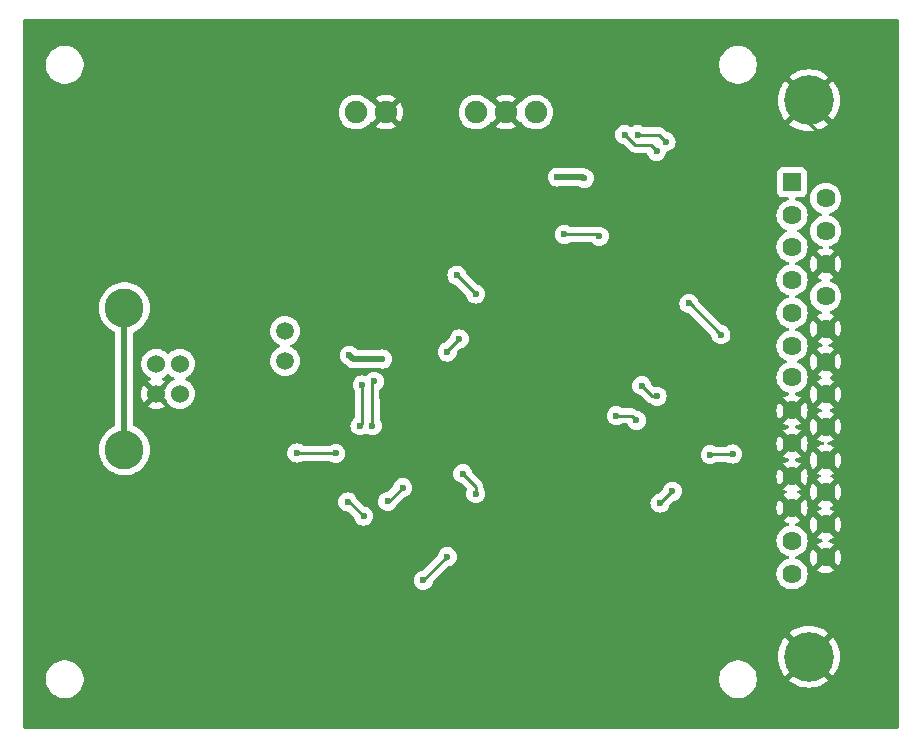
<source format=gbr>
%TF.GenerationSoftware,KiCad,Pcbnew,8.0.2*%
%TF.CreationDate,2025-12-13T20:04:36+01:00*%
%TF.ProjectId,Helios,48656c69-6f73-42e6-9b69-6361645f7063,rev?*%
%TF.SameCoordinates,Original*%
%TF.FileFunction,Copper,L2,Bot*%
%TF.FilePolarity,Positive*%
%FSLAX46Y46*%
G04 Gerber Fmt 4.6, Leading zero omitted, Abs format (unit mm)*
G04 Created by KiCad (PCBNEW 8.0.2) date 2025-12-13 20:04:36*
%MOMM*%
%LPD*%
G01*
G04 APERTURE LIST*
%TA.AperFunction,ComponentPad*%
%ADD10C,1.524000*%
%TD*%
%TA.AperFunction,ComponentPad*%
%ADD11C,3.300000*%
%TD*%
%TA.AperFunction,ComponentPad*%
%ADD12R,1.524000X1.524000*%
%TD*%
%TA.AperFunction,ComponentPad*%
%ADD13C,1.620000*%
%TD*%
%TA.AperFunction,ComponentPad*%
%ADD14C,4.200000*%
%TD*%
%TA.AperFunction,ComponentPad*%
%ADD15C,1.506220*%
%TD*%
%TA.AperFunction,ComponentPad*%
%ADD16C,1.900000*%
%TD*%
%TA.AperFunction,ViaPad*%
%ADD17C,0.600000*%
%TD*%
%TA.AperFunction,Conductor*%
%ADD18C,0.250000*%
%TD*%
%TA.AperFunction,Conductor*%
%ADD19C,0.500000*%
%TD*%
G04 APERTURE END LIST*
D10*
%TO.P,P1,1,VCC*%
%TO.N,Net-(P1-VCC)*%
X113750000Y-132250000D03*
%TO.P,P1,2,D-*%
%TO.N,/D-*%
X113750000Y-129710000D03*
%TO.P,P1,3,D+*%
%TO.N,/D+*%
X111751020Y-129710000D03*
%TO.P,P1,4,GND*%
%TO.N,GND*%
X111751020Y-132250000D03*
D11*
%TO.P,P1,5,shield*%
%TO.N,Net-(P1-shield)*%
X109051000Y-136979480D03*
X109051000Y-124980520D03*
%TD*%
D12*
%TO.P,P2,1,P1*%
%TO.N,Net-(P2-P1)*%
X165580000Y-114340000D03*
D13*
%TO.P,P2,2,P2*%
%TO.N,Net-(P2-P2)*%
X165580000Y-117134000D03*
%TO.P,P2,3,P3*%
%TO.N,Net-(P2-P3)*%
X165580000Y-119801000D03*
%TO.P,P2,4,P4*%
%TO.N,/Interlock*%
X165580000Y-122595000D03*
%TO.P,P2,5,P5*%
%TO.N,Net-(P2-P5)*%
X165580000Y-125389000D03*
%TO.P,P2,6,P6*%
%TO.N,Net-(P2-P6)*%
X165580000Y-128183000D03*
%TO.P,P2,7,P7*%
%TO.N,Net-(P2-P7)*%
X165580000Y-130850000D03*
%TO.P,P2,8,P8*%
%TO.N,GND*%
X165580000Y-133644000D03*
%TO.P,P2,9,P9*%
X165580000Y-136438000D03*
%TO.P,P2,10,P10*%
X165580000Y-139232000D03*
%TO.P,P2,11,P11*%
X165580000Y-141899000D03*
%TO.P,P2,12,P12*%
%TO.N,/ProjReturn*%
X165580000Y-144693000D03*
%TO.P,P2,13,P13*%
%TO.N,Net-(P2-P13)*%
X165580000Y-147487000D03*
%TO.P,P2,14,P14*%
%TO.N,Net-(P2-P14)*%
X168420000Y-115700000D03*
%TO.P,P2,15,P15*%
%TO.N,Net-(P2-P15)*%
X168420000Y-118454800D03*
%TO.P,P2,16,P16*%
%TO.N,GND*%
X168420000Y-121248800D03*
%TO.P,P2,17,P17*%
%TO.N,/Interlock*%
X168420000Y-123992000D03*
%TO.P,P2,18,P18*%
%TO.N,GND*%
X168420000Y-126735200D03*
%TO.P,P2,19,P19*%
X168420000Y-129529200D03*
%TO.P,P2,20,P20*%
X168420000Y-132272400D03*
%TO.P,P2,21,P21*%
X168420000Y-135015600D03*
%TO.P,P2,22,P22*%
X168420000Y-137860400D03*
%TO.P,P2,23,P23*%
X168420000Y-140552800D03*
%TO.P,P2,24,P24*%
X168420000Y-143296000D03*
%TO.P,P2,25,P25*%
X168420000Y-146090000D03*
D14*
%TO.P,P2,26,Shield*%
X167000000Y-154500000D03*
X167000000Y-107400000D03*
%TD*%
D15*
%TO.P,ERASE1,1,P1*%
%TO.N,/Microcontroller/ERASE*%
X122650000Y-129470000D03*
%TO.P,ERASE1,2,P2*%
%TO.N,/3.3V*%
X122650000Y-126930000D03*
%TD*%
D16*
%TO.P,U4,1,Vin*%
%TO.N,Net-(U4-Vin)*%
X128650000Y-108400000D03*
%TO.P,U4,2,GND*%
%TO.N,GND*%
X131190000Y-108400000D03*
%TO.P,U4,5,Vout-*%
%TO.N,/-9V*%
X138810000Y-108400000D03*
%TO.P,U4,6,Vout0*%
%TO.N,GND*%
X141350000Y-108400000D03*
%TO.P,U4,7,Vout+*%
%TO.N,/+9V*%
X143890000Y-108400000D03*
%TD*%
D17*
%TO.N,*%
X150700000Y-134100000D03*
X152500000Y-110300000D03*
X152400000Y-134500000D03*
X154900000Y-110900000D03*
%TO.N,GND*%
X171900000Y-121100000D03*
X120050000Y-141250000D03*
X117100000Y-108800000D03*
X123700000Y-117100000D03*
X139250000Y-129100000D03*
X161000000Y-150400000D03*
X124900000Y-130300000D03*
X144100000Y-143750000D03*
X171800000Y-142200000D03*
X106600000Y-116950000D03*
X138450000Y-137200000D03*
X136650000Y-138000000D03*
X142900000Y-117100000D03*
X118650000Y-139300000D03*
X129050000Y-146700000D03*
X172300000Y-129100000D03*
X168700000Y-150000000D03*
X128000000Y-131600000D03*
X152850000Y-105050000D03*
X131000000Y-153000000D03*
X171800000Y-114100000D03*
X153800000Y-118500000D03*
X140000000Y-119200000D03*
X139000000Y-125600000D03*
X152700000Y-124850000D03*
X102350000Y-141900000D03*
X155100000Y-133300000D03*
X129300000Y-116600000D03*
X101200000Y-122700000D03*
X136350000Y-142900000D03*
X123700000Y-153050000D03*
X153400000Y-146500000D03*
X123700000Y-140550000D03*
X124850000Y-110000000D03*
X126700000Y-121550000D03*
X148800000Y-151300000D03*
X116550000Y-139500000D03*
X156600000Y-132900000D03*
X115500000Y-112700000D03*
X154600000Y-146300000D03*
X129100000Y-119100000D03*
X128250000Y-124650000D03*
X152700000Y-133000000D03*
X142300000Y-132800000D03*
X172000000Y-135300000D03*
X156400000Y-146500000D03*
X118050000Y-132700000D03*
X120900000Y-135000000D03*
X126300000Y-146300000D03*
X146300000Y-123450000D03*
X112500000Y-107600000D03*
X139050000Y-134150000D03*
X140950000Y-138300000D03*
X149900000Y-130300000D03*
X108100000Y-121100000D03*
%TO.N,/Microcontroller/VDDOUT*%
X131350000Y-141350000D03*
X123650000Y-137250000D03*
X127950000Y-141400000D03*
X126950000Y-137300000D03*
X129300000Y-142600000D03*
X132600000Y-140200000D03*
%TO.N,/+9V*%
X148000000Y-114000000D03*
X159550000Y-127250000D03*
X155450000Y-140500000D03*
X145700000Y-113900000D03*
X154400000Y-141500000D03*
X156850000Y-124600000D03*
%TO.N,/-9V*%
X154150000Y-132450000D03*
X137200000Y-122200000D03*
X138800000Y-123800000D03*
X152850000Y-131550000D03*
%TO.N,/3.3V*%
X130900000Y-129300000D03*
X128100000Y-129000000D03*
%TO.N,/2.5V*%
X136400000Y-128700000D03*
X137400000Y-127600000D03*
X136400000Y-146050000D03*
X134350000Y-148050000D03*
%TO.N,/+X*%
X151400000Y-110300000D03*
X154100000Y-111700000D03*
%TO.N,/+G*%
X160550000Y-137350000D03*
X158650000Y-137400000D03*
%TO.N,/X*%
X129200000Y-131500000D03*
X129000000Y-134950000D03*
%TO.N,/Y*%
X149250000Y-118900000D03*
X146300000Y-118750000D03*
X130050000Y-134950000D03*
X130200000Y-131200000D03*
%TO.N,/!SYNC*%
X138800000Y-140700000D03*
X137700000Y-139000000D03*
%TD*%
D18*
%TO.N,*%
X154900000Y-110900000D02*
X154300000Y-110300000D01*
X154300000Y-110300000D02*
X152500000Y-110300000D01*
X152400000Y-134500000D02*
X152000000Y-134100000D01*
X152000000Y-134100000D02*
X150700000Y-134100000D01*
%TO.N,GND*%
X123700000Y-117100000D02*
X123550000Y-117250000D01*
X116550000Y-139500000D02*
X116550000Y-139450000D01*
X167000000Y-109300000D02*
X171800000Y-114100000D01*
X171900000Y-121100000D02*
X172300000Y-121500000D01*
X172300000Y-121500000D02*
X172300000Y-129100000D01*
X172000000Y-135300000D02*
X171800000Y-135500000D01*
X171800000Y-135500000D02*
X171800000Y-142200000D01*
X168700000Y-150000000D02*
X168300000Y-150400000D01*
X168300000Y-150400000D02*
X161000000Y-150400000D01*
X167000000Y-107400000D02*
X167000000Y-109300000D01*
X126300000Y-146300000D02*
X126350000Y-146250000D01*
D19*
%TO.N,Net-(P1-shield)*%
X109051000Y-124980520D02*
X109051000Y-136979480D01*
D18*
%TO.N,/Microcontroller/VDDOUT*%
X132600000Y-140200000D02*
X131450000Y-141350000D01*
X131450000Y-141350000D02*
X131350000Y-141350000D01*
X123650000Y-137250000D02*
X123700000Y-137300000D01*
X123700000Y-137300000D02*
X126950000Y-137300000D01*
X129300000Y-142600000D02*
X128100000Y-141400000D01*
X128100000Y-141400000D02*
X127950000Y-141400000D01*
%TO.N,/+9V*%
X154400000Y-141500000D02*
X155400000Y-140500000D01*
X155400000Y-140500000D02*
X155450000Y-140500000D01*
X159550000Y-127250000D02*
X156900000Y-124600000D01*
X156900000Y-124600000D02*
X156850000Y-124600000D01*
D19*
X147900000Y-113900000D02*
X148000000Y-114000000D01*
X145700000Y-113900000D02*
X147900000Y-113900000D01*
D18*
%TO.N,/-9V*%
X137200000Y-122200000D02*
X138800000Y-123800000D01*
X152850000Y-131550000D02*
X153750000Y-132450000D01*
X153750000Y-132450000D02*
X154150000Y-132450000D01*
D19*
%TO.N,/3.3V*%
X128100000Y-129000000D02*
X128400000Y-129300000D01*
X128400000Y-129300000D02*
X130900000Y-129300000D01*
D18*
%TO.N,/2.5V*%
X137400000Y-127600000D02*
X136400000Y-128600000D01*
X136400000Y-128600000D02*
X136400000Y-128700000D01*
X134350000Y-148050000D02*
X136350000Y-146050000D01*
X136350000Y-146050000D02*
X136400000Y-146050000D01*
%TO.N,/+X*%
X154100000Y-111700000D02*
X153600000Y-111200000D01*
X153600000Y-111200000D02*
X152300000Y-111200000D01*
X152300000Y-111200000D02*
X151400000Y-110300000D01*
%TO.N,/+G*%
X158650000Y-137400000D02*
X158700000Y-137350000D01*
X158700000Y-137350000D02*
X160550000Y-137350000D01*
%TO.N,/X*%
X129200000Y-134750000D02*
X129000000Y-134950000D01*
X129200000Y-131500000D02*
X129200000Y-134750000D01*
%TO.N,/Y*%
X149250000Y-118900000D02*
X149100000Y-118750000D01*
X149100000Y-118750000D02*
X146300000Y-118750000D01*
X130000000Y-131250000D02*
X130050000Y-134950000D01*
%TO.N,/!SYNC*%
X138800000Y-140100000D02*
X138800000Y-140700000D01*
X137700000Y-139000000D02*
X138800000Y-140100000D01*
%TD*%
%TA.AperFunction,Conductor*%
%TO.N,GND*%
G36*
X112794542Y-130567402D02*
G01*
X112839605Y-130596363D01*
X112930219Y-130686977D01*
X112930223Y-130686980D01*
X112930227Y-130686983D01*
X113029786Y-130756695D01*
X113112323Y-130814488D01*
X113218260Y-130863887D01*
X113222373Y-130865805D01*
X113275658Y-130912722D01*
X113295119Y-130980999D01*
X113274577Y-131048959D01*
X113222373Y-131094195D01*
X113112323Y-131145512D01*
X112930222Y-131273020D01*
X112930216Y-131273025D01*
X112773025Y-131430216D01*
X112773020Y-131430222D01*
X112645510Y-131612325D01*
X112565433Y-131784049D01*
X112540335Y-131819893D01*
X112157420Y-132202808D01*
X112157420Y-132196496D01*
X112129725Y-132093135D01*
X112076221Y-132000464D01*
X112000556Y-131924799D01*
X111907885Y-131871295D01*
X111804524Y-131843600D01*
X111798210Y-131843600D01*
X112451623Y-131190185D01*
X112451623Y-131190184D01*
X112388445Y-131145946D01*
X112388440Y-131145943D01*
X112278054Y-131094469D01*
X112224770Y-131047552D01*
X112205309Y-130979275D01*
X112225851Y-130911315D01*
X112278054Y-130866081D01*
X112383400Y-130816958D01*
X112388691Y-130814491D01*
X112388692Y-130814490D01*
X112388697Y-130814488D01*
X112570801Y-130686977D01*
X112661415Y-130596363D01*
X112723727Y-130562337D01*
X112794542Y-130567402D01*
G37*
%TD.AperFunction*%
%TA.AperFunction,Conductor*%
G36*
X174542121Y-100520002D02*
G01*
X174588614Y-100573658D01*
X174600000Y-100626000D01*
X174600000Y-160474000D01*
X174579998Y-160542121D01*
X174526342Y-160588614D01*
X174474000Y-160600000D01*
X100626000Y-160600000D01*
X100557879Y-160579998D01*
X100511386Y-160526342D01*
X100500000Y-160474000D01*
X100500000Y-156274038D01*
X102399500Y-156274038D01*
X102399500Y-156525962D01*
X102419188Y-156650265D01*
X102438911Y-156774790D01*
X102493559Y-156942977D01*
X102516759Y-157014379D01*
X102631130Y-157238845D01*
X102779207Y-157442656D01*
X102779209Y-157442658D01*
X102779211Y-157442661D01*
X102957338Y-157620788D01*
X102957341Y-157620790D01*
X102957344Y-157620793D01*
X103161155Y-157768870D01*
X103385621Y-157883241D01*
X103625215Y-157961090D01*
X103874038Y-158000500D01*
X103874041Y-158000500D01*
X104125959Y-158000500D01*
X104125962Y-158000500D01*
X104374785Y-157961090D01*
X104614379Y-157883241D01*
X104838845Y-157768870D01*
X105042656Y-157620793D01*
X105220793Y-157442656D01*
X105368870Y-157238845D01*
X105483241Y-157014379D01*
X105561090Y-156774785D01*
X105600500Y-156525962D01*
X105600500Y-156274038D01*
X159399500Y-156274038D01*
X159399500Y-156525962D01*
X159419188Y-156650265D01*
X159438911Y-156774790D01*
X159493559Y-156942977D01*
X159516759Y-157014379D01*
X159631130Y-157238845D01*
X159779207Y-157442656D01*
X159779209Y-157442658D01*
X159779211Y-157442661D01*
X159957338Y-157620788D01*
X159957341Y-157620790D01*
X159957344Y-157620793D01*
X160161155Y-157768870D01*
X160385621Y-157883241D01*
X160625215Y-157961090D01*
X160874038Y-158000500D01*
X160874041Y-158000500D01*
X161125959Y-158000500D01*
X161125962Y-158000500D01*
X161374785Y-157961090D01*
X161614379Y-157883241D01*
X161838845Y-157768870D01*
X162042656Y-157620793D01*
X162220793Y-157442656D01*
X162368870Y-157238845D01*
X162483241Y-157014379D01*
X162561090Y-156774785D01*
X162600500Y-156525962D01*
X162600500Y-156274038D01*
X162561090Y-156025215D01*
X162483241Y-155785621D01*
X162368870Y-155561155D01*
X162220793Y-155357344D01*
X162220790Y-155357341D01*
X162220788Y-155357338D01*
X162042661Y-155179211D01*
X162042658Y-155179209D01*
X162042656Y-155179207D01*
X161838845Y-155031130D01*
X161614379Y-154916759D01*
X161614376Y-154916758D01*
X161614374Y-154916757D01*
X161374790Y-154838911D01*
X161374786Y-154838910D01*
X161374785Y-154838910D01*
X161125962Y-154799500D01*
X160874038Y-154799500D01*
X160625215Y-154838910D01*
X160625209Y-154838911D01*
X160385625Y-154916757D01*
X160385619Y-154916760D01*
X160161151Y-155031132D01*
X159957341Y-155179209D01*
X159957338Y-155179211D01*
X159779211Y-155357338D01*
X159779209Y-155357341D01*
X159631132Y-155561151D01*
X159516760Y-155785619D01*
X159516757Y-155785625D01*
X159438911Y-156025209D01*
X159438910Y-156025214D01*
X159438910Y-156025215D01*
X159399500Y-156274038D01*
X105600500Y-156274038D01*
X105561090Y-156025215D01*
X105483241Y-155785621D01*
X105368870Y-155561155D01*
X105220793Y-155357344D01*
X105220790Y-155357341D01*
X105220788Y-155357338D01*
X105042661Y-155179211D01*
X105042658Y-155179209D01*
X105042656Y-155179207D01*
X104838845Y-155031130D01*
X104614379Y-154916759D01*
X104614376Y-154916758D01*
X104614374Y-154916757D01*
X104374790Y-154838911D01*
X104374786Y-154838910D01*
X104374785Y-154838910D01*
X104125962Y-154799500D01*
X103874038Y-154799500D01*
X103625215Y-154838910D01*
X103625209Y-154838911D01*
X103385625Y-154916757D01*
X103385619Y-154916760D01*
X103161151Y-155031132D01*
X102957341Y-155179209D01*
X102957338Y-155179211D01*
X102779211Y-155357338D01*
X102779209Y-155357341D01*
X102631132Y-155561151D01*
X102516760Y-155785619D01*
X102516757Y-155785625D01*
X102438911Y-156025209D01*
X102438910Y-156025214D01*
X102438910Y-156025215D01*
X102399500Y-156274038D01*
X100500000Y-156274038D01*
X100500000Y-154499998D01*
X164387233Y-154499998D01*
X164387233Y-154500001D01*
X164406282Y-154814931D01*
X164406283Y-154814934D01*
X164463154Y-155125273D01*
X164557022Y-155426506D01*
X164686504Y-155714202D01*
X164686507Y-155714208D01*
X164849734Y-155984220D01*
X164984522Y-156156265D01*
X164984523Y-156156266D01*
X165706947Y-155433841D01*
X165783402Y-155539073D01*
X165960927Y-155716598D01*
X166066156Y-155793051D01*
X165343732Y-156515475D01*
X165343733Y-156515476D01*
X165515779Y-156650265D01*
X165785791Y-156813492D01*
X165785797Y-156813495D01*
X166073493Y-156942977D01*
X166374726Y-157036845D01*
X166685065Y-157093716D01*
X166685068Y-157093717D01*
X166999999Y-157112767D01*
X167000001Y-157112767D01*
X167314931Y-157093717D01*
X167314934Y-157093716D01*
X167625273Y-157036845D01*
X167926506Y-156942977D01*
X168214202Y-156813495D01*
X168214208Y-156813492D01*
X168484220Y-156650265D01*
X168656265Y-156515475D01*
X168656266Y-156515475D01*
X167933842Y-155793051D01*
X168039073Y-155716598D01*
X168216598Y-155539073D01*
X168293051Y-155433842D01*
X169015475Y-156156266D01*
X169015475Y-156156265D01*
X169150265Y-155984220D01*
X169313492Y-155714208D01*
X169313495Y-155714202D01*
X169442977Y-155426506D01*
X169536845Y-155125273D01*
X169593716Y-154814934D01*
X169593717Y-154814931D01*
X169612767Y-154500001D01*
X169612767Y-154499998D01*
X169593717Y-154185068D01*
X169593716Y-154185065D01*
X169536845Y-153874726D01*
X169442977Y-153573493D01*
X169313495Y-153285797D01*
X169313492Y-153285791D01*
X169150265Y-153015779D01*
X169015476Y-152843733D01*
X169015475Y-152843732D01*
X168293051Y-153566156D01*
X168216598Y-153460927D01*
X168039073Y-153283402D01*
X167933842Y-153206947D01*
X168656266Y-152484523D01*
X168656265Y-152484522D01*
X168484220Y-152349734D01*
X168214208Y-152186507D01*
X168214202Y-152186504D01*
X167926506Y-152057022D01*
X167625273Y-151963154D01*
X167314934Y-151906283D01*
X167314931Y-151906282D01*
X167000001Y-151887233D01*
X166999999Y-151887233D01*
X166685068Y-151906282D01*
X166685065Y-151906283D01*
X166374726Y-151963154D01*
X166073493Y-152057022D01*
X165785797Y-152186504D01*
X165785791Y-152186507D01*
X165515785Y-152349731D01*
X165343732Y-152484523D01*
X166066157Y-153206948D01*
X165960927Y-153283402D01*
X165783402Y-153460927D01*
X165706948Y-153566157D01*
X164984523Y-152843732D01*
X164849731Y-153015785D01*
X164686507Y-153285791D01*
X164686504Y-153285797D01*
X164557022Y-153573493D01*
X164463154Y-153874726D01*
X164406283Y-154185065D01*
X164406282Y-154185068D01*
X164387233Y-154499998D01*
X100500000Y-154499998D01*
X100500000Y-148050000D01*
X133536384Y-148050000D01*
X133556783Y-148231047D01*
X133556783Y-148231049D01*
X133556784Y-148231050D01*
X133616957Y-148403015D01*
X133616958Y-148403018D01*
X133713887Y-148557279D01*
X133713888Y-148557281D01*
X133842718Y-148686111D01*
X133842720Y-148686112D01*
X133996981Y-148783041D01*
X133996982Y-148783041D01*
X133996985Y-148783043D01*
X134168953Y-148843217D01*
X134350000Y-148863616D01*
X134531047Y-148843217D01*
X134703015Y-148783043D01*
X134857281Y-148686111D01*
X134986111Y-148557281D01*
X135083043Y-148403015D01*
X135143217Y-148231047D01*
X135148230Y-148186548D01*
X135175732Y-148121096D01*
X135184333Y-148111569D01*
X136405212Y-146890690D01*
X136467522Y-146856666D01*
X136480186Y-146854581D01*
X136581047Y-146843217D01*
X136753015Y-146783043D01*
X136907281Y-146686111D01*
X137036111Y-146557281D01*
X137133043Y-146403015D01*
X137193217Y-146231047D01*
X137213616Y-146050000D01*
X137193217Y-145868953D01*
X137133043Y-145696985D01*
X137133041Y-145696982D01*
X137133041Y-145696981D01*
X137036112Y-145542720D01*
X137036111Y-145542718D01*
X136907281Y-145413888D01*
X136907279Y-145413887D01*
X136753018Y-145316958D01*
X136753015Y-145316957D01*
X136581050Y-145256784D01*
X136581049Y-145256783D01*
X136581047Y-145256783D01*
X136400000Y-145236384D01*
X136218953Y-145256783D01*
X136218950Y-145256783D01*
X136218949Y-145256784D01*
X136046984Y-145316957D01*
X136046981Y-145316958D01*
X135892720Y-145413887D01*
X135892718Y-145413888D01*
X135763888Y-145542718D01*
X135763887Y-145542720D01*
X135666958Y-145696981D01*
X135666957Y-145696984D01*
X135606782Y-145868953D01*
X135606471Y-145870318D01*
X135606018Y-145871135D01*
X135604446Y-145875631D01*
X135603682Y-145875363D01*
X135572727Y-145931367D01*
X134288439Y-147215655D01*
X134226127Y-147249681D01*
X134213456Y-147251767D01*
X134168960Y-147256782D01*
X134168947Y-147256784D01*
X133996984Y-147316957D01*
X133996981Y-147316958D01*
X133842720Y-147413887D01*
X133842718Y-147413888D01*
X133713888Y-147542718D01*
X133713887Y-147542720D01*
X133616958Y-147696981D01*
X133616957Y-147696984D01*
X133616957Y-147696985D01*
X133556783Y-147868953D01*
X133536384Y-148050000D01*
X100500000Y-148050000D01*
X100500000Y-141400000D01*
X127136384Y-141400000D01*
X127156783Y-141581047D01*
X127156783Y-141581049D01*
X127156784Y-141581050D01*
X127216957Y-141753015D01*
X127216958Y-141753018D01*
X127313887Y-141907279D01*
X127313888Y-141907281D01*
X127442718Y-142036111D01*
X127442720Y-142036112D01*
X127596981Y-142133041D01*
X127596982Y-142133041D01*
X127596985Y-142133043D01*
X127768953Y-142193217D01*
X127950000Y-142213616D01*
X127950547Y-142213554D01*
X127950899Y-142213616D01*
X127957076Y-142213616D01*
X127957076Y-142214697D01*
X128020478Y-142225796D01*
X128053761Y-142249665D01*
X128465655Y-142661559D01*
X128499681Y-142723871D01*
X128501767Y-142736543D01*
X128506781Y-142781038D01*
X128506784Y-142781052D01*
X128566957Y-142953015D01*
X128566958Y-142953018D01*
X128663887Y-143107279D01*
X128663888Y-143107281D01*
X128792718Y-143236111D01*
X128792720Y-143236112D01*
X128946981Y-143333041D01*
X128946982Y-143333041D01*
X128946985Y-143333043D01*
X129118953Y-143393217D01*
X129300000Y-143413616D01*
X129481047Y-143393217D01*
X129653015Y-143333043D01*
X129807281Y-143236111D01*
X129936111Y-143107281D01*
X130033043Y-142953015D01*
X130093217Y-142781047D01*
X130113616Y-142600000D01*
X130093217Y-142418953D01*
X130033043Y-142246985D01*
X130033041Y-142246982D01*
X130033041Y-142246981D01*
X129936112Y-142092720D01*
X129936111Y-142092718D01*
X129807281Y-141963888D01*
X129807279Y-141963887D01*
X129653018Y-141866958D01*
X129653015Y-141866957D01*
X129481052Y-141806784D01*
X129481038Y-141806781D01*
X129436543Y-141801767D01*
X129371091Y-141774262D01*
X129361559Y-141765655D01*
X128945904Y-141350000D01*
X130536384Y-141350000D01*
X130556783Y-141531047D01*
X130556783Y-141531049D01*
X130556784Y-141531050D01*
X130616957Y-141703015D01*
X130616958Y-141703018D01*
X130713887Y-141857279D01*
X130713888Y-141857281D01*
X130842718Y-141986111D01*
X130842720Y-141986112D01*
X130996981Y-142083041D01*
X130996982Y-142083041D01*
X130996985Y-142083043D01*
X131168953Y-142143217D01*
X131350000Y-142163616D01*
X131531047Y-142143217D01*
X131703015Y-142083043D01*
X131857281Y-141986111D01*
X131986111Y-141857281D01*
X132083043Y-141703015D01*
X132122070Y-141591479D01*
X132151902Y-141544000D01*
X132661563Y-141034340D01*
X132723873Y-141000317D01*
X132736542Y-140998231D01*
X132781047Y-140993217D01*
X132953015Y-140933043D01*
X133107281Y-140836111D01*
X133236111Y-140707281D01*
X133333043Y-140553015D01*
X133393217Y-140381047D01*
X133413616Y-140200000D01*
X133393217Y-140018953D01*
X133333043Y-139846985D01*
X133333041Y-139846982D01*
X133333041Y-139846981D01*
X133236112Y-139692720D01*
X133236111Y-139692718D01*
X133107281Y-139563888D01*
X133107279Y-139563887D01*
X132953018Y-139466958D01*
X132953015Y-139466957D01*
X132781050Y-139406784D01*
X132781049Y-139406783D01*
X132781047Y-139406783D01*
X132600000Y-139386384D01*
X132418953Y-139406783D01*
X132418950Y-139406783D01*
X132418949Y-139406784D01*
X132246984Y-139466957D01*
X132246981Y-139466958D01*
X132092720Y-139563887D01*
X132092718Y-139563888D01*
X131963888Y-139692718D01*
X131963887Y-139692720D01*
X131866958Y-139846981D01*
X131866957Y-139846984D01*
X131806784Y-140018947D01*
X131806781Y-140018961D01*
X131801768Y-140063451D01*
X131774264Y-140128904D01*
X131765657Y-140138436D01*
X131401136Y-140502958D01*
X131338823Y-140536983D01*
X131326148Y-140539071D01*
X131261526Y-140546352D01*
X131168953Y-140556783D01*
X131168950Y-140556783D01*
X131168950Y-140556784D01*
X130996984Y-140616957D01*
X130996981Y-140616958D01*
X130842720Y-140713887D01*
X130842718Y-140713888D01*
X130713888Y-140842718D01*
X130713887Y-140842720D01*
X130616958Y-140996981D01*
X130616957Y-140996984D01*
X130568275Y-141136112D01*
X130556783Y-141168953D01*
X130536384Y-141350000D01*
X128945904Y-141350000D01*
X128724992Y-141129088D01*
X128695158Y-141081608D01*
X128687877Y-141060800D01*
X128683043Y-141046985D01*
X128683041Y-141046982D01*
X128683041Y-141046981D01*
X128586112Y-140892720D01*
X128586111Y-140892718D01*
X128457281Y-140763888D01*
X128457279Y-140763887D01*
X128303018Y-140666958D01*
X128303015Y-140666957D01*
X128131050Y-140606784D01*
X128131049Y-140606783D01*
X128131047Y-140606783D01*
X127950000Y-140586384D01*
X127768953Y-140606783D01*
X127768950Y-140606783D01*
X127768949Y-140606784D01*
X127596984Y-140666957D01*
X127596981Y-140666958D01*
X127442720Y-140763887D01*
X127442718Y-140763888D01*
X127313888Y-140892718D01*
X127313887Y-140892720D01*
X127216958Y-141046981D01*
X127216957Y-141046984D01*
X127158405Y-141214318D01*
X127156783Y-141218953D01*
X127136384Y-141400000D01*
X100500000Y-141400000D01*
X100500000Y-124980515D01*
X106887456Y-124980515D01*
X106887456Y-124980524D01*
X106907605Y-125275109D01*
X106907606Y-125275115D01*
X106907607Y-125275123D01*
X106935534Y-125409516D01*
X106967684Y-125564230D01*
X106967686Y-125564238D01*
X106987088Y-125618829D01*
X107066573Y-125842478D01*
X107186373Y-126073683D01*
X107202429Y-126104668D01*
X107275405Y-126208052D01*
X107372714Y-126345907D01*
X107574266Y-126561716D01*
X107803327Y-126748070D01*
X108055629Y-126901499D01*
X108216699Y-126971461D01*
X108271210Y-127016945D01*
X108292478Y-127084682D01*
X108292500Y-127087029D01*
X108292500Y-134872969D01*
X108272498Y-134941090D01*
X108218842Y-134987583D01*
X108216699Y-134988537D01*
X108055637Y-135058496D01*
X108055629Y-135058501D01*
X107803737Y-135211681D01*
X107803324Y-135211932D01*
X107574263Y-135398286D01*
X107372714Y-135614093D01*
X107202429Y-135855331D01*
X107066573Y-136117521D01*
X106967686Y-136395761D01*
X106967684Y-136395769D01*
X106938464Y-136536384D01*
X106911969Y-136663889D01*
X106907606Y-136684884D01*
X106907605Y-136684890D01*
X106887456Y-136979475D01*
X106887456Y-136979484D01*
X106907605Y-137274069D01*
X106907606Y-137274075D01*
X106907607Y-137274083D01*
X106912993Y-137300000D01*
X106967684Y-137563190D01*
X106967686Y-137563198D01*
X107046657Y-137785400D01*
X107066573Y-137841438D01*
X107195440Y-138090141D01*
X107202429Y-138103628D01*
X107250917Y-138172320D01*
X107372714Y-138344867D01*
X107574266Y-138560676D01*
X107803327Y-138747030D01*
X108055629Y-138900459D01*
X108326473Y-139018103D01*
X108390059Y-139035919D01*
X108610806Y-139097770D01*
X108610814Y-139097772D01*
X108903341Y-139137979D01*
X108903355Y-139137980D01*
X109198645Y-139137980D01*
X109198658Y-139137979D01*
X109447682Y-139103751D01*
X109491186Y-139097772D01*
X109775527Y-139018103D01*
X109817204Y-139000000D01*
X136886384Y-139000000D01*
X136906783Y-139181047D01*
X136906783Y-139181049D01*
X136906784Y-139181050D01*
X136966957Y-139353015D01*
X136966958Y-139353018D01*
X137063887Y-139507279D01*
X137063888Y-139507281D01*
X137192718Y-139636111D01*
X137192720Y-139636112D01*
X137346981Y-139733041D01*
X137346982Y-139733041D01*
X137346985Y-139733043D01*
X137518953Y-139793217D01*
X137563450Y-139798230D01*
X137628902Y-139825732D01*
X137638439Y-139834343D01*
X138032780Y-140228684D01*
X138066806Y-140290996D01*
X138062615Y-140359393D01*
X138006783Y-140518952D01*
X137995434Y-140619680D01*
X137986384Y-140700000D01*
X138006783Y-140881047D01*
X138006783Y-140881049D01*
X138006784Y-140881050D01*
X138066957Y-141053015D01*
X138066958Y-141053018D01*
X138163887Y-141207279D01*
X138163888Y-141207281D01*
X138292718Y-141336111D01*
X138292720Y-141336112D01*
X138446981Y-141433041D01*
X138446982Y-141433041D01*
X138446985Y-141433043D01*
X138618953Y-141493217D01*
X138800000Y-141513616D01*
X138920846Y-141500000D01*
X153586384Y-141500000D01*
X153606783Y-141681047D01*
X153606783Y-141681049D01*
X153606784Y-141681050D01*
X153666957Y-141853015D01*
X153666958Y-141853018D01*
X153763887Y-142007279D01*
X153763888Y-142007281D01*
X153892718Y-142136111D01*
X153892720Y-142136112D01*
X154046981Y-142233041D01*
X154046982Y-142233041D01*
X154046985Y-142233043D01*
X154218953Y-142293217D01*
X154400000Y-142313616D01*
X154581047Y-142293217D01*
X154753015Y-142233043D01*
X154907281Y-142136111D01*
X155036111Y-142007281D01*
X155133043Y-141853015D01*
X155193217Y-141681047D01*
X155198230Y-141636548D01*
X155225732Y-141571097D01*
X155234333Y-141561570D01*
X155455213Y-141340690D01*
X155517523Y-141306666D01*
X155530184Y-141304581D01*
X155631047Y-141293217D01*
X155803015Y-141233043D01*
X155957281Y-141136111D01*
X156086111Y-141007281D01*
X156183043Y-140853015D01*
X156243217Y-140681047D01*
X156263616Y-140500000D01*
X156243217Y-140318953D01*
X156183043Y-140146985D01*
X156183041Y-140146982D01*
X156183041Y-140146981D01*
X156086112Y-139992720D01*
X156086111Y-139992718D01*
X155957281Y-139863888D01*
X155957279Y-139863887D01*
X155803018Y-139766958D01*
X155803015Y-139766957D01*
X155631050Y-139706784D01*
X155631049Y-139706783D01*
X155631047Y-139706783D01*
X155450000Y-139686384D01*
X155268953Y-139706783D01*
X155268950Y-139706783D01*
X155268949Y-139706784D01*
X155096984Y-139766957D01*
X155096981Y-139766958D01*
X154942720Y-139863887D01*
X154942718Y-139863888D01*
X154813888Y-139992718D01*
X154813887Y-139992720D01*
X154716958Y-140146981D01*
X154716957Y-140146984D01*
X154656781Y-140318955D01*
X154656470Y-140320321D01*
X154656017Y-140321139D01*
X154654446Y-140325631D01*
X154653682Y-140325363D01*
X154622727Y-140381366D01*
X154338437Y-140665656D01*
X154276125Y-140699682D01*
X154263452Y-140701768D01*
X154218961Y-140706781D01*
X154218947Y-140706784D01*
X154046984Y-140766957D01*
X154046981Y-140766958D01*
X153892720Y-140863887D01*
X153892718Y-140863888D01*
X153763888Y-140992718D01*
X153763887Y-140992720D01*
X153666958Y-141146981D01*
X153666957Y-141146984D01*
X153611813Y-141304579D01*
X153606783Y-141318953D01*
X153586384Y-141500000D01*
X138920846Y-141500000D01*
X138981047Y-141493217D01*
X139153015Y-141433043D01*
X139307281Y-141336111D01*
X139436111Y-141207281D01*
X139533043Y-141053015D01*
X139593217Y-140881047D01*
X139613616Y-140700000D01*
X139593217Y-140518953D01*
X139533043Y-140346985D01*
X139533041Y-140346982D01*
X139533041Y-140346981D01*
X139452813Y-140219298D01*
X139433500Y-140152262D01*
X139433500Y-140037607D01*
X139433499Y-140037603D01*
X139429791Y-140018961D01*
X139409155Y-139915215D01*
X139361400Y-139799925D01*
X139292071Y-139696167D01*
X139203833Y-139607929D01*
X138534343Y-138938439D01*
X138500317Y-138876127D01*
X138498230Y-138863449D01*
X138493217Y-138818954D01*
X138493217Y-138818953D01*
X138433043Y-138646985D01*
X138433041Y-138646982D01*
X138433041Y-138646981D01*
X138336112Y-138492720D01*
X138336111Y-138492718D01*
X138207281Y-138363888D01*
X138207279Y-138363887D01*
X138053018Y-138266958D01*
X138053015Y-138266957D01*
X137881050Y-138206784D01*
X137881049Y-138206783D01*
X137881047Y-138206783D01*
X137700000Y-138186384D01*
X137518953Y-138206783D01*
X137518950Y-138206783D01*
X137518949Y-138206784D01*
X137346984Y-138266957D01*
X137346981Y-138266958D01*
X137192720Y-138363887D01*
X137192718Y-138363888D01*
X137063888Y-138492718D01*
X137063887Y-138492720D01*
X136966958Y-138646981D01*
X136966957Y-138646984D01*
X136920590Y-138779496D01*
X136906783Y-138818953D01*
X136886384Y-139000000D01*
X109817204Y-139000000D01*
X110046371Y-138900459D01*
X110298673Y-138747030D01*
X110527734Y-138560676D01*
X110729286Y-138344867D01*
X110899574Y-138103623D01*
X111035427Y-137841438D01*
X111134314Y-137563197D01*
X111194393Y-137274083D01*
X111196040Y-137250000D01*
X122836384Y-137250000D01*
X122856783Y-137431047D01*
X122856783Y-137431049D01*
X122856784Y-137431050D01*
X122916957Y-137603015D01*
X122916958Y-137603018D01*
X123013887Y-137757279D01*
X123013888Y-137757281D01*
X123142718Y-137886111D01*
X123142720Y-137886112D01*
X123296981Y-137983041D01*
X123296982Y-137983041D01*
X123296985Y-137983043D01*
X123468953Y-138043217D01*
X123650000Y-138063616D01*
X123831047Y-138043217D01*
X124003015Y-137983043D01*
X124051126Y-137952812D01*
X124118162Y-137933500D01*
X126402263Y-137933500D01*
X126469299Y-137952813D01*
X126526498Y-137988753D01*
X126596985Y-138033043D01*
X126768953Y-138093217D01*
X126950000Y-138113616D01*
X127131047Y-138093217D01*
X127303015Y-138033043D01*
X127457281Y-137936111D01*
X127586111Y-137807281D01*
X127683043Y-137653015D01*
X127743217Y-137481047D01*
X127752349Y-137400000D01*
X157836384Y-137400000D01*
X157856783Y-137581047D01*
X157856783Y-137581049D01*
X157856784Y-137581050D01*
X157916957Y-137753015D01*
X157916958Y-137753018D01*
X158013887Y-137907279D01*
X158013888Y-137907281D01*
X158142718Y-138036111D01*
X158142720Y-138036112D01*
X158296981Y-138133041D01*
X158296982Y-138133041D01*
X158296985Y-138133043D01*
X158468953Y-138193217D01*
X158650000Y-138213616D01*
X158831047Y-138193217D01*
X159003015Y-138133043D01*
X159157281Y-138036111D01*
X159160351Y-138033041D01*
X159172988Y-138020405D01*
X159235300Y-137986379D01*
X159262083Y-137983500D01*
X160002263Y-137983500D01*
X160069299Y-138002813D01*
X160166067Y-138063616D01*
X160196985Y-138083043D01*
X160368953Y-138143217D01*
X160550000Y-138163616D01*
X160731047Y-138143217D01*
X160903015Y-138083043D01*
X161057281Y-137986111D01*
X161186111Y-137857281D01*
X161283043Y-137703015D01*
X161343217Y-137531047D01*
X161363616Y-137350000D01*
X161343217Y-137168953D01*
X161283043Y-136996985D01*
X161283041Y-136996982D01*
X161283041Y-136996981D01*
X161186112Y-136842720D01*
X161186111Y-136842718D01*
X161057281Y-136713888D01*
X161057279Y-136713887D01*
X160903018Y-136616958D01*
X160903015Y-136616957D01*
X160731050Y-136556784D01*
X160731049Y-136556783D01*
X160731047Y-136556783D01*
X160550000Y-136536384D01*
X160368953Y-136556783D01*
X160368950Y-136556783D01*
X160368949Y-136556784D01*
X160196984Y-136616957D01*
X160196982Y-136616958D01*
X160069299Y-136697187D01*
X160002263Y-136716500D01*
X159118162Y-136716500D01*
X159051126Y-136697187D01*
X159003017Y-136666958D01*
X159003014Y-136666956D01*
X158831050Y-136606784D01*
X158831049Y-136606783D01*
X158831047Y-136606783D01*
X158650000Y-136586384D01*
X158468953Y-136606783D01*
X158468950Y-136606783D01*
X158468949Y-136606784D01*
X158296984Y-136666957D01*
X158296981Y-136666958D01*
X158142720Y-136763887D01*
X158142718Y-136763888D01*
X158013888Y-136892718D01*
X158013887Y-136892720D01*
X157916958Y-137046981D01*
X157916957Y-137046984D01*
X157863806Y-137198883D01*
X157856783Y-137218953D01*
X157836384Y-137400000D01*
X127752349Y-137400000D01*
X127763616Y-137300000D01*
X127743217Y-137118953D01*
X127683043Y-136946985D01*
X127683041Y-136946982D01*
X127683041Y-136946981D01*
X127586112Y-136792720D01*
X127586111Y-136792718D01*
X127457281Y-136663888D01*
X127457279Y-136663887D01*
X127303018Y-136566958D01*
X127303015Y-136566957D01*
X127131050Y-136506784D01*
X127131049Y-136506783D01*
X127131047Y-136506783D01*
X126950000Y-136486384D01*
X126768953Y-136506783D01*
X126768950Y-136506783D01*
X126768949Y-136506784D01*
X126596984Y-136566957D01*
X126596982Y-136566958D01*
X126469299Y-136647187D01*
X126402263Y-136666500D01*
X124262083Y-136666500D01*
X124193962Y-136646498D01*
X124172988Y-136629595D01*
X124157281Y-136613888D01*
X124157279Y-136613887D01*
X124003018Y-136516958D01*
X124003015Y-136516957D01*
X123831050Y-136456784D01*
X123831049Y-136456783D01*
X123831047Y-136456783D01*
X123650000Y-136436384D01*
X123468953Y-136456783D01*
X123468950Y-136456783D01*
X123468949Y-136456784D01*
X123296984Y-136516957D01*
X123296981Y-136516958D01*
X123142720Y-136613887D01*
X123142718Y-136613888D01*
X123013888Y-136742718D01*
X123013887Y-136742720D01*
X122916958Y-136896981D01*
X122916957Y-136896984D01*
X122881966Y-136996985D01*
X122856783Y-137068953D01*
X122836384Y-137250000D01*
X111196040Y-137250000D01*
X111199537Y-137198882D01*
X111214544Y-136979484D01*
X111214544Y-136979475D01*
X111194394Y-136684890D01*
X111194393Y-136684884D01*
X111194393Y-136684877D01*
X111134314Y-136395763D01*
X111035427Y-136117522D01*
X110899574Y-135855337D01*
X110729286Y-135614093D01*
X110527734Y-135398284D01*
X110298673Y-135211930D01*
X110046371Y-135058501D01*
X110046368Y-135058499D01*
X110046362Y-135058496D01*
X109885301Y-134988537D01*
X109839116Y-134950000D01*
X128186384Y-134950000D01*
X128206783Y-135131047D01*
X128206783Y-135131049D01*
X128206784Y-135131050D01*
X128266957Y-135303015D01*
X128266958Y-135303018D01*
X128363887Y-135457279D01*
X128363888Y-135457281D01*
X128492718Y-135586111D01*
X128492720Y-135586112D01*
X128646981Y-135683041D01*
X128646982Y-135683041D01*
X128646985Y-135683043D01*
X128818953Y-135743217D01*
X129000000Y-135763616D01*
X129181047Y-135743217D01*
X129353015Y-135683043D01*
X129457964Y-135617098D01*
X129526285Y-135597793D01*
X129592035Y-135617098D01*
X129696985Y-135683043D01*
X129868953Y-135743217D01*
X130050000Y-135763616D01*
X130231047Y-135743217D01*
X130403015Y-135683043D01*
X130557281Y-135586111D01*
X130686111Y-135457281D01*
X130783043Y-135303015D01*
X130843217Y-135131047D01*
X130863616Y-134950000D01*
X130843217Y-134768953D01*
X130783043Y-134596985D01*
X130783041Y-134596982D01*
X130783041Y-134596981D01*
X130695318Y-134457370D01*
X130676017Y-134392037D01*
X130672071Y-134100000D01*
X149886384Y-134100000D01*
X149906783Y-134281047D01*
X149906783Y-134281049D01*
X149906784Y-134281050D01*
X149966957Y-134453015D01*
X149966958Y-134453018D01*
X150063887Y-134607279D01*
X150063888Y-134607281D01*
X150192718Y-134736111D01*
X150192720Y-134736112D01*
X150346981Y-134833041D01*
X150346982Y-134833041D01*
X150346985Y-134833043D01*
X150518953Y-134893217D01*
X150700000Y-134913616D01*
X150881047Y-134893217D01*
X151053015Y-134833043D01*
X151128109Y-134785858D01*
X151180701Y-134752813D01*
X151247737Y-134733500D01*
X151535735Y-134733500D01*
X151603856Y-134753502D01*
X151650349Y-134807158D01*
X151654664Y-134817884D01*
X151666958Y-134853017D01*
X151666958Y-134853018D01*
X151763887Y-135007279D01*
X151763888Y-135007281D01*
X151892718Y-135136111D01*
X151892720Y-135136112D01*
X152046981Y-135233041D01*
X152046982Y-135233041D01*
X152046985Y-135233043D01*
X152218953Y-135293217D01*
X152400000Y-135313616D01*
X152581047Y-135293217D01*
X152753015Y-135233043D01*
X152907281Y-135136111D01*
X153036111Y-135007281D01*
X153133043Y-134853015D01*
X153193217Y-134681047D01*
X153213616Y-134500000D01*
X153193217Y-134318953D01*
X153133043Y-134146985D01*
X153133041Y-134146982D01*
X153133041Y-134146981D01*
X153036112Y-133992720D01*
X153036111Y-133992718D01*
X152907281Y-133863888D01*
X152907279Y-133863887D01*
X152753018Y-133766958D01*
X152753015Y-133766957D01*
X152581052Y-133706784D01*
X152581038Y-133706781D01*
X152536543Y-133701767D01*
X152471091Y-133674262D01*
X152461559Y-133665655D01*
X152403835Y-133607931D01*
X152403833Y-133607929D01*
X152300075Y-133538600D01*
X152184785Y-133490845D01*
X152111086Y-133476185D01*
X152062396Y-133466500D01*
X152062394Y-133466500D01*
X151247737Y-133466500D01*
X151180701Y-133447187D01*
X151053017Y-133366958D01*
X151053015Y-133366957D01*
X150881050Y-133306784D01*
X150881049Y-133306783D01*
X150881047Y-133306783D01*
X150700000Y-133286384D01*
X150518953Y-133306783D01*
X150518950Y-133306783D01*
X150518949Y-133306784D01*
X150346984Y-133366957D01*
X150346981Y-133366958D01*
X150192720Y-133463887D01*
X150192718Y-133463888D01*
X150063888Y-133592718D01*
X150063887Y-133592720D01*
X149966958Y-133746981D01*
X149966957Y-133746984D01*
X149923976Y-133869819D01*
X149906783Y-133918953D01*
X149886384Y-134100000D01*
X130672071Y-134100000D01*
X130663266Y-133448438D01*
X130642988Y-131947856D01*
X130662067Y-131879472D01*
X130701940Y-131839466D01*
X130707281Y-131836111D01*
X130836111Y-131707281D01*
X130933043Y-131553015D01*
X130934098Y-131550000D01*
X152036384Y-131550000D01*
X152056783Y-131731047D01*
X152056783Y-131731049D01*
X152056784Y-131731050D01*
X152116957Y-131903015D01*
X152116958Y-131903018D01*
X152213887Y-132057279D01*
X152213888Y-132057281D01*
X152342718Y-132186111D01*
X152342720Y-132186112D01*
X152496981Y-132283041D01*
X152496982Y-132283041D01*
X152496985Y-132283043D01*
X152668953Y-132343217D01*
X152713450Y-132348230D01*
X152778902Y-132375732D01*
X152788439Y-132384343D01*
X153257929Y-132853833D01*
X153346167Y-132942071D01*
X153449925Y-133011400D01*
X153565215Y-133059155D01*
X153593402Y-133064761D01*
X153635492Y-133084311D01*
X153636727Y-133082347D01*
X153796981Y-133183041D01*
X153796982Y-133183041D01*
X153796985Y-133183043D01*
X153968953Y-133243217D01*
X154150000Y-133263616D01*
X154331047Y-133243217D01*
X154503015Y-133183043D01*
X154657281Y-133086111D01*
X154786111Y-132957281D01*
X154883043Y-132803015D01*
X154943217Y-132631047D01*
X154963616Y-132450000D01*
X154943217Y-132268953D01*
X154883043Y-132096985D01*
X154883041Y-132096982D01*
X154883041Y-132096981D01*
X154786112Y-131942720D01*
X154786111Y-131942718D01*
X154657281Y-131813888D01*
X154657279Y-131813887D01*
X154503018Y-131716958D01*
X154503015Y-131716957D01*
X154331050Y-131656784D01*
X154331049Y-131656783D01*
X154331047Y-131656783D01*
X154150000Y-131636384D01*
X154149999Y-131636384D01*
X153968955Y-131656782D01*
X153968949Y-131656783D01*
X153957544Y-131660774D01*
X153886640Y-131664389D01*
X153826841Y-131630937D01*
X153684343Y-131488439D01*
X153650317Y-131426127D01*
X153648230Y-131413449D01*
X153644579Y-131381047D01*
X153643217Y-131368953D01*
X153583043Y-131196985D01*
X153583041Y-131196982D01*
X153583041Y-131196981D01*
X153486112Y-131042720D01*
X153486111Y-131042718D01*
X153357281Y-130913888D01*
X153357279Y-130913887D01*
X153203018Y-130816958D01*
X153203015Y-130816957D01*
X153031050Y-130756784D01*
X153031049Y-130756783D01*
X153031047Y-130756783D01*
X152850000Y-130736384D01*
X152668953Y-130756783D01*
X152668950Y-130756783D01*
X152668949Y-130756784D01*
X152496984Y-130816957D01*
X152496981Y-130816958D01*
X152342720Y-130913887D01*
X152342718Y-130913888D01*
X152213888Y-131042718D01*
X152213887Y-131042720D01*
X152116958Y-131196981D01*
X152116957Y-131196984D01*
X152074279Y-131318953D01*
X152056783Y-131368953D01*
X152036384Y-131550000D01*
X130934098Y-131550000D01*
X130993217Y-131381047D01*
X131013616Y-131200000D01*
X130993217Y-131018953D01*
X130933043Y-130846985D01*
X130933041Y-130846982D01*
X130933041Y-130846981D01*
X130836112Y-130692720D01*
X130836111Y-130692718D01*
X130707281Y-130563888D01*
X130707279Y-130563887D01*
X130553018Y-130466958D01*
X130553015Y-130466957D01*
X130381050Y-130406784D01*
X130381049Y-130406783D01*
X130381047Y-130406783D01*
X130200000Y-130386384D01*
X130018953Y-130406783D01*
X130018950Y-130406783D01*
X130018949Y-130406784D01*
X129846984Y-130466957D01*
X129846981Y-130466958D01*
X129692721Y-130563886D01*
X129562057Y-130694550D01*
X129499745Y-130728575D01*
X129431348Y-130724384D01*
X129381047Y-130706783D01*
X129200000Y-130686384D01*
X129018953Y-130706783D01*
X129018950Y-130706783D01*
X129018949Y-130706784D01*
X128846984Y-130766957D01*
X128846981Y-130766958D01*
X128692720Y-130863887D01*
X128692718Y-130863888D01*
X128563888Y-130992718D01*
X128563887Y-130992720D01*
X128466958Y-131146981D01*
X128466957Y-131146984D01*
X128412479Y-131302676D01*
X128406783Y-131318953D01*
X128386384Y-131500000D01*
X128406783Y-131681047D01*
X128406783Y-131681049D01*
X128406784Y-131681050D01*
X128466957Y-131853015D01*
X128466958Y-131853017D01*
X128547187Y-131980701D01*
X128566500Y-132047737D01*
X128566500Y-134197891D01*
X128546498Y-134266012D01*
X128507539Y-134304576D01*
X128492720Y-134313887D01*
X128492714Y-134313892D01*
X128363888Y-134442718D01*
X128363887Y-134442720D01*
X128266958Y-134596981D01*
X128266957Y-134596984D01*
X128212190Y-134753502D01*
X128206783Y-134768953D01*
X128186384Y-134950000D01*
X109839116Y-134950000D01*
X109830789Y-134943052D01*
X109809522Y-134875315D01*
X109809500Y-134872969D01*
X109809500Y-129710000D01*
X110475667Y-129710000D01*
X110495042Y-129931463D01*
X110538384Y-130093215D01*
X110552579Y-130146193D01*
X110552581Y-130146199D01*
X110646531Y-130347675D01*
X110646532Y-130347677D01*
X110774036Y-130529772D01*
X110774040Y-130529777D01*
X110774043Y-130529781D01*
X110931239Y-130686977D01*
X110931243Y-130686980D01*
X110931247Y-130686983D01*
X111030806Y-130756695D01*
X111113343Y-130814488D01*
X111178330Y-130844792D01*
X111223984Y-130866081D01*
X111277269Y-130912998D01*
X111296730Y-130981276D01*
X111276188Y-131049236D01*
X111223985Y-131094470D01*
X111113597Y-131145945D01*
X111050414Y-131190185D01*
X111703829Y-131843600D01*
X111697516Y-131843600D01*
X111594155Y-131871295D01*
X111501484Y-131924799D01*
X111425819Y-132000464D01*
X111372315Y-132093135D01*
X111344620Y-132196496D01*
X111344620Y-132202809D01*
X110691205Y-131549394D01*
X110646966Y-131612575D01*
X110553053Y-131813972D01*
X110553051Y-131813976D01*
X110495537Y-132028625D01*
X110476169Y-132250000D01*
X110495537Y-132471374D01*
X110553051Y-132686023D01*
X110553053Y-132686027D01*
X110646966Y-132887425D01*
X110691204Y-132950603D01*
X110691205Y-132950603D01*
X111344620Y-132297188D01*
X111344620Y-132303504D01*
X111372315Y-132406865D01*
X111425819Y-132499536D01*
X111501484Y-132575201D01*
X111594155Y-132628705D01*
X111697516Y-132656400D01*
X111703830Y-132656400D01*
X111050415Y-133309813D01*
X111050415Y-133309814D01*
X111113595Y-133354053D01*
X111113594Y-133354053D01*
X111314992Y-133447966D01*
X111314996Y-133447968D01*
X111529645Y-133505482D01*
X111751020Y-133524850D01*
X111972394Y-133505482D01*
X112187043Y-133447968D01*
X112187047Y-133447966D01*
X112388445Y-133354053D01*
X112388446Y-133354052D01*
X112451623Y-133309814D01*
X112451623Y-133309812D01*
X111798211Y-132656400D01*
X111804524Y-132656400D01*
X111907885Y-132628705D01*
X112000556Y-132575201D01*
X112076221Y-132499536D01*
X112129725Y-132406865D01*
X112157420Y-132303504D01*
X112157420Y-132297189D01*
X112540333Y-132680102D01*
X112565433Y-132715948D01*
X112645511Y-132887675D01*
X112645512Y-132887677D01*
X112773016Y-133069772D01*
X112773020Y-133069777D01*
X112773023Y-133069781D01*
X112930219Y-133226977D01*
X112930223Y-133226980D01*
X112930227Y-133226983D01*
X113012784Y-133284790D01*
X113112323Y-133354488D01*
X113313804Y-133448440D01*
X113528537Y-133505978D01*
X113750000Y-133525353D01*
X113971463Y-133505978D01*
X114186196Y-133448440D01*
X114387677Y-133354488D01*
X114569781Y-133226977D01*
X114726977Y-133069781D01*
X114854488Y-132887677D01*
X114948440Y-132686196D01*
X115005978Y-132471463D01*
X115025353Y-132250000D01*
X115005978Y-132028537D01*
X114948440Y-131813804D01*
X114854488Y-131612324D01*
X114726977Y-131430219D01*
X114569781Y-131273023D01*
X114569777Y-131273020D01*
X114569772Y-131273016D01*
X114387677Y-131145512D01*
X114387675Y-131145511D01*
X114277627Y-131094195D01*
X114224342Y-131047278D01*
X114204881Y-130979001D01*
X114225423Y-130911041D01*
X114277627Y-130865805D01*
X114281740Y-130863887D01*
X114387677Y-130814488D01*
X114569781Y-130686977D01*
X114726977Y-130529781D01*
X114854488Y-130347677D01*
X114948440Y-130146196D01*
X115005978Y-129931463D01*
X115025353Y-129710000D01*
X115005978Y-129488537D01*
X114948440Y-129273804D01*
X114854488Y-129072324D01*
X114726977Y-128890219D01*
X114569781Y-128733023D01*
X114569777Y-128733020D01*
X114569772Y-128733016D01*
X114387677Y-128605512D01*
X114387675Y-128605511D01*
X114186199Y-128511561D01*
X114186193Y-128511559D01*
X114120882Y-128494059D01*
X113971463Y-128454022D01*
X113750000Y-128434647D01*
X113528537Y-128454022D01*
X113413463Y-128484856D01*
X113313806Y-128511559D01*
X113313801Y-128511561D01*
X113112323Y-128605512D01*
X112930222Y-128733020D01*
X112839605Y-128823637D01*
X112777293Y-128857662D01*
X112706477Y-128852596D01*
X112661415Y-128823637D01*
X112630496Y-128792718D01*
X112570801Y-128733023D01*
X112570797Y-128733020D01*
X112570792Y-128733016D01*
X112388697Y-128605512D01*
X112388695Y-128605511D01*
X112187219Y-128511561D01*
X112187213Y-128511559D01*
X112121902Y-128494059D01*
X111972483Y-128454022D01*
X111751020Y-128434647D01*
X111529557Y-128454022D01*
X111414483Y-128484856D01*
X111314826Y-128511559D01*
X111314821Y-128511561D01*
X111113343Y-128605512D01*
X110931242Y-128733020D01*
X110931236Y-128733025D01*
X110774045Y-128890216D01*
X110774040Y-128890222D01*
X110646532Y-129072323D01*
X110552581Y-129273801D01*
X110552579Y-129273806D01*
X110525876Y-129373463D01*
X110495042Y-129488537D01*
X110475667Y-129710000D01*
X109809500Y-129710000D01*
X109809500Y-127087029D01*
X109829502Y-127018908D01*
X109883158Y-126972415D01*
X109885235Y-126971489D01*
X109980754Y-126930000D01*
X121383571Y-126930000D01*
X121402811Y-127149913D01*
X121412937Y-127187703D01*
X121459945Y-127363142D01*
X121459947Y-127363147D01*
X121553240Y-127563215D01*
X121679859Y-127744045D01*
X121679862Y-127744049D01*
X121835950Y-127900137D01*
X121835954Y-127900140D01*
X121835955Y-127900141D01*
X122016785Y-128026760D01*
X122096405Y-128063887D01*
X122143408Y-128085805D01*
X122196693Y-128132722D01*
X122216154Y-128200999D01*
X122195612Y-128268959D01*
X122143408Y-128314195D01*
X122016785Y-128373240D01*
X121835958Y-128499856D01*
X121835952Y-128499861D01*
X121679861Y-128655952D01*
X121679856Y-128655958D01*
X121553240Y-128836785D01*
X121459947Y-129036852D01*
X121459945Y-129036857D01*
X121424273Y-129169990D01*
X121402811Y-129250087D01*
X121383571Y-129470000D01*
X121402811Y-129689913D01*
X121412288Y-129725281D01*
X121459945Y-129903142D01*
X121459947Y-129903147D01*
X121553240Y-130103215D01*
X121679859Y-130284045D01*
X121679862Y-130284049D01*
X121835950Y-130440137D01*
X121835954Y-130440140D01*
X121835955Y-130440141D01*
X122016785Y-130566760D01*
X122216856Y-130660054D01*
X122430087Y-130717189D01*
X122650000Y-130736429D01*
X122869913Y-130717189D01*
X123083144Y-130660054D01*
X123283215Y-130566760D01*
X123464045Y-130440141D01*
X123620141Y-130284045D01*
X123746760Y-130103215D01*
X123840054Y-129903144D01*
X123897189Y-129689913D01*
X123916429Y-129470000D01*
X123897189Y-129250087D01*
X123840054Y-129036856D01*
X123822868Y-129000000D01*
X127286384Y-129000000D01*
X127306783Y-129181047D01*
X127306783Y-129181049D01*
X127306784Y-129181050D01*
X127366957Y-129353015D01*
X127366958Y-129353018D01*
X127463887Y-129507279D01*
X127463888Y-129507281D01*
X127592718Y-129636111D01*
X127592720Y-129636112D01*
X127710312Y-129710000D01*
X127746985Y-129733043D01*
X127746989Y-129733044D01*
X127753365Y-129736115D01*
X127752328Y-129738266D01*
X127787899Y-129760580D01*
X127916485Y-129889166D01*
X128040715Y-129972174D01*
X128178753Y-130029351D01*
X128178754Y-130029351D01*
X128178758Y-130029353D01*
X128239643Y-130041462D01*
X128252020Y-130043924D01*
X128252022Y-130043925D01*
X128276335Y-130048761D01*
X128325294Y-130058500D01*
X128325295Y-130058500D01*
X128474705Y-130058500D01*
X130598330Y-130058500D01*
X130639944Y-130065570D01*
X130718953Y-130093217D01*
X130900000Y-130113616D01*
X131081047Y-130093217D01*
X131253015Y-130033043D01*
X131407281Y-129936111D01*
X131536111Y-129807281D01*
X131633043Y-129653015D01*
X131693217Y-129481047D01*
X131713616Y-129300000D01*
X131693217Y-129118953D01*
X131633043Y-128946985D01*
X131633041Y-128946982D01*
X131633041Y-128946981D01*
X131536112Y-128792720D01*
X131536111Y-128792718D01*
X131443393Y-128700000D01*
X135586384Y-128700000D01*
X135606783Y-128881047D01*
X135606783Y-128881049D01*
X135606784Y-128881050D01*
X135666957Y-129053015D01*
X135666958Y-129053018D01*
X135763887Y-129207279D01*
X135763888Y-129207281D01*
X135892718Y-129336111D01*
X135892720Y-129336112D01*
X136046981Y-129433041D01*
X136046982Y-129433041D01*
X136046985Y-129433043D01*
X136218953Y-129493217D01*
X136400000Y-129513616D01*
X136581047Y-129493217D01*
X136753015Y-129433043D01*
X136907281Y-129336111D01*
X137036111Y-129207281D01*
X137133043Y-129053015D01*
X137193217Y-128881047D01*
X137210929Y-128723847D01*
X137238432Y-128658397D01*
X137247030Y-128648872D01*
X137461562Y-128434340D01*
X137523873Y-128400317D01*
X137536542Y-128398231D01*
X137581047Y-128393217D01*
X137753015Y-128333043D01*
X137907281Y-128236111D01*
X138036111Y-128107281D01*
X138133043Y-127953015D01*
X138193217Y-127781047D01*
X138213616Y-127600000D01*
X138193217Y-127418953D01*
X138133043Y-127246985D01*
X138133041Y-127246982D01*
X138133041Y-127246981D01*
X138036112Y-127092720D01*
X138036111Y-127092718D01*
X137907281Y-126963888D01*
X137907279Y-126963887D01*
X137753018Y-126866958D01*
X137753015Y-126866957D01*
X137581050Y-126806784D01*
X137581049Y-126806783D01*
X137581047Y-126806783D01*
X137400000Y-126786384D01*
X137218953Y-126806783D01*
X137218950Y-126806783D01*
X137218949Y-126806784D01*
X137046984Y-126866957D01*
X137046981Y-126866958D01*
X136892720Y-126963887D01*
X136892718Y-126963888D01*
X136763888Y-127092718D01*
X136763887Y-127092720D01*
X136666958Y-127246981D01*
X136666957Y-127246984D01*
X136606784Y-127418947D01*
X136606781Y-127418961D01*
X136601768Y-127463451D01*
X136574264Y-127528904D01*
X136565657Y-127538436D01*
X136205999Y-127898095D01*
X136158519Y-127927929D01*
X136046982Y-127966958D01*
X136046981Y-127966958D01*
X135892720Y-128063887D01*
X135892718Y-128063888D01*
X135763888Y-128192718D01*
X135763887Y-128192720D01*
X135666958Y-128346981D01*
X135666957Y-128346984D01*
X135609370Y-128511561D01*
X135606783Y-128518953D01*
X135586384Y-128700000D01*
X131443393Y-128700000D01*
X131407281Y-128663888D01*
X131407279Y-128663887D01*
X131253018Y-128566958D01*
X131253015Y-128566957D01*
X131081050Y-128506784D01*
X131081049Y-128506783D01*
X131081047Y-128506783D01*
X130900000Y-128486384D01*
X130718953Y-128506783D01*
X130718950Y-128506783D01*
X130718949Y-128506784D01*
X130639945Y-128534429D01*
X130598330Y-128541500D01*
X128835691Y-128541500D01*
X128767570Y-128521498D01*
X128741172Y-128497664D01*
X128741115Y-128497722D01*
X128739981Y-128496588D01*
X128737180Y-128494059D01*
X128736109Y-128492716D01*
X128607281Y-128363888D01*
X128607279Y-128363887D01*
X128453018Y-128266958D01*
X128453015Y-128266957D01*
X128281050Y-128206784D01*
X128281049Y-128206783D01*
X128281047Y-128206783D01*
X128100000Y-128186384D01*
X127918953Y-128206783D01*
X127918950Y-128206783D01*
X127918949Y-128206784D01*
X127746984Y-128266957D01*
X127746981Y-128266958D01*
X127592720Y-128363887D01*
X127592718Y-128363888D01*
X127463888Y-128492718D01*
X127463887Y-128492720D01*
X127366958Y-128646981D01*
X127366957Y-128646984D01*
X127315470Y-128794128D01*
X127306783Y-128818953D01*
X127286384Y-129000000D01*
X123822868Y-129000000D01*
X123746760Y-128836786D01*
X123620141Y-128655955D01*
X123464045Y-128499859D01*
X123460993Y-128497722D01*
X123283213Y-128373238D01*
X123156592Y-128314195D01*
X123103306Y-128267278D01*
X123083845Y-128199001D01*
X123104386Y-128131041D01*
X123156592Y-128085805D01*
X123283213Y-128026761D01*
X123283213Y-128026760D01*
X123283215Y-128026760D01*
X123464045Y-127900141D01*
X123620141Y-127744045D01*
X123746760Y-127563215D01*
X123840054Y-127363144D01*
X123897189Y-127149913D01*
X123916429Y-126930000D01*
X123897189Y-126710087D01*
X123840054Y-126496856D01*
X123746760Y-126296786D01*
X123620141Y-126115955D01*
X123464045Y-125959859D01*
X123283215Y-125833240D01*
X123083147Y-125739947D01*
X123083142Y-125739945D01*
X122984181Y-125713428D01*
X122869913Y-125682811D01*
X122650000Y-125663571D01*
X122430087Y-125682811D01*
X122372953Y-125698119D01*
X122216857Y-125739945D01*
X122216852Y-125739947D01*
X122016785Y-125833240D01*
X121835958Y-125959856D01*
X121835952Y-125959861D01*
X121679861Y-126115952D01*
X121679856Y-126115958D01*
X121553240Y-126296785D01*
X121459947Y-126496852D01*
X121459945Y-126496857D01*
X121428587Y-126613888D01*
X121402811Y-126710087D01*
X121383571Y-126930000D01*
X109980754Y-126930000D01*
X110046371Y-126901499D01*
X110298673Y-126748070D01*
X110527734Y-126561716D01*
X110729286Y-126345907D01*
X110899574Y-126104663D01*
X111035427Y-125842478D01*
X111134314Y-125564237D01*
X111194393Y-125275123D01*
X111197061Y-125236112D01*
X111214544Y-124980524D01*
X111214544Y-124980515D01*
X111194394Y-124685930D01*
X111194393Y-124685924D01*
X111194393Y-124685917D01*
X111134314Y-124396803D01*
X111035427Y-124118562D01*
X110899574Y-123856377D01*
X110729286Y-123615133D01*
X110527734Y-123399324D01*
X110298673Y-123212970D01*
X110046371Y-123059541D01*
X110046367Y-123059539D01*
X110046365Y-123059538D01*
X109775528Y-122941897D01*
X109775518Y-122941894D01*
X109491193Y-122862229D01*
X109491185Y-122862227D01*
X109198658Y-122822020D01*
X109198645Y-122822020D01*
X108903355Y-122822020D01*
X108903341Y-122822020D01*
X108610814Y-122862227D01*
X108610806Y-122862229D01*
X108326481Y-122941894D01*
X108326471Y-122941897D01*
X108055634Y-123059538D01*
X107803324Y-123212972D01*
X107574263Y-123399326D01*
X107372714Y-123615133D01*
X107202429Y-123856371D01*
X107066573Y-124118561D01*
X106967686Y-124396801D01*
X106967684Y-124396809D01*
X106939375Y-124533041D01*
X106922632Y-124613616D01*
X106907606Y-124685924D01*
X106907605Y-124685930D01*
X106887456Y-124980515D01*
X100500000Y-124980515D01*
X100500000Y-122200000D01*
X136386384Y-122200000D01*
X136406783Y-122381047D01*
X136406783Y-122381049D01*
X136406784Y-122381050D01*
X136466957Y-122553015D01*
X136466958Y-122553018D01*
X136563887Y-122707279D01*
X136563888Y-122707281D01*
X136692718Y-122836111D01*
X136692720Y-122836112D01*
X136846981Y-122933041D01*
X136846982Y-122933041D01*
X136846985Y-122933043D01*
X137018953Y-122993217D01*
X137063453Y-122998230D01*
X137128904Y-123025734D01*
X137138438Y-123034343D01*
X137965655Y-123861560D01*
X137999681Y-123923872D01*
X138001767Y-123936543D01*
X138006782Y-123981039D01*
X138006784Y-123981052D01*
X138066957Y-124153015D01*
X138066958Y-124153018D01*
X138163887Y-124307279D01*
X138163888Y-124307281D01*
X138292718Y-124436111D01*
X138292720Y-124436112D01*
X138446981Y-124533041D01*
X138446982Y-124533041D01*
X138446985Y-124533043D01*
X138618953Y-124593217D01*
X138800000Y-124613616D01*
X138920846Y-124600000D01*
X156036384Y-124600000D01*
X156056783Y-124781047D01*
X156056783Y-124781049D01*
X156056784Y-124781050D01*
X156116957Y-124953015D01*
X156116958Y-124953018D01*
X156213887Y-125107279D01*
X156213888Y-125107281D01*
X156342718Y-125236111D01*
X156342720Y-125236112D01*
X156496981Y-125333041D01*
X156496982Y-125333041D01*
X156496985Y-125333043D01*
X156668953Y-125393217D01*
X156769802Y-125404579D01*
X156835253Y-125432083D01*
X156844788Y-125440692D01*
X158715655Y-127311559D01*
X158749681Y-127373871D01*
X158751767Y-127386543D01*
X158756781Y-127431038D01*
X158756784Y-127431052D01*
X158816957Y-127603015D01*
X158816958Y-127603018D01*
X158913887Y-127757279D01*
X158913888Y-127757281D01*
X159042718Y-127886111D01*
X159042720Y-127886112D01*
X159196981Y-127983041D01*
X159196982Y-127983041D01*
X159196985Y-127983043D01*
X159368953Y-128043217D01*
X159550000Y-128063616D01*
X159731047Y-128043217D01*
X159903015Y-127983043D01*
X160057281Y-127886111D01*
X160186111Y-127757281D01*
X160283043Y-127603015D01*
X160343217Y-127431047D01*
X160363616Y-127250000D01*
X160343217Y-127068953D01*
X160283043Y-126896985D01*
X160283041Y-126896982D01*
X160283041Y-126896981D01*
X160186112Y-126742720D01*
X160186111Y-126742718D01*
X160057281Y-126613888D01*
X160057279Y-126613887D01*
X159903018Y-126516958D01*
X159903015Y-126516957D01*
X159731052Y-126456784D01*
X159731038Y-126456781D01*
X159686543Y-126451767D01*
X159621091Y-126424262D01*
X159611559Y-126415655D01*
X157677273Y-124481369D01*
X157646317Y-124425364D01*
X157645554Y-124425632D01*
X157643980Y-124421136D01*
X157643528Y-124420317D01*
X157643216Y-124418950D01*
X157638939Y-124406727D01*
X157583043Y-124246985D01*
X157583041Y-124246982D01*
X157583041Y-124246981D01*
X157486112Y-124092720D01*
X157486111Y-124092718D01*
X157357281Y-123963888D01*
X157357279Y-123963887D01*
X157203018Y-123866958D01*
X157203015Y-123866957D01*
X157031050Y-123806784D01*
X157031049Y-123806783D01*
X157031047Y-123806783D01*
X156850000Y-123786384D01*
X156668953Y-123806783D01*
X156668950Y-123806783D01*
X156668949Y-123806784D01*
X156496984Y-123866957D01*
X156496981Y-123866958D01*
X156342720Y-123963887D01*
X156342718Y-123963888D01*
X156213888Y-124092718D01*
X156213887Y-124092720D01*
X156116958Y-124246981D01*
X156116957Y-124246984D01*
X156064534Y-124396803D01*
X156056783Y-124418953D01*
X156036384Y-124600000D01*
X138920846Y-124600000D01*
X138981047Y-124593217D01*
X139153015Y-124533043D01*
X139307281Y-124436111D01*
X139436111Y-124307281D01*
X139533043Y-124153015D01*
X139593217Y-123981047D01*
X139613616Y-123800000D01*
X139593217Y-123618953D01*
X139533043Y-123446985D01*
X139533041Y-123446982D01*
X139533041Y-123446981D01*
X139436112Y-123292720D01*
X139436111Y-123292718D01*
X139307281Y-123163888D01*
X139307279Y-123163887D01*
X139153018Y-123066958D01*
X139153015Y-123066957D01*
X138981052Y-123006784D01*
X138981048Y-123006783D01*
X138981047Y-123006783D01*
X138981041Y-123006782D01*
X138981039Y-123006782D01*
X138936543Y-123001767D01*
X138871091Y-122974262D01*
X138861560Y-122965655D01*
X138034343Y-122138438D01*
X138000317Y-122076126D01*
X137998232Y-122063464D01*
X137993217Y-122018953D01*
X137933043Y-121846985D01*
X137933041Y-121846982D01*
X137933041Y-121846981D01*
X137836112Y-121692720D01*
X137836111Y-121692718D01*
X137707281Y-121563888D01*
X137707279Y-121563887D01*
X137553018Y-121466958D01*
X137553015Y-121466957D01*
X137381050Y-121406784D01*
X137381049Y-121406783D01*
X137381047Y-121406783D01*
X137200000Y-121386384D01*
X137018953Y-121406783D01*
X137018950Y-121406783D01*
X137018949Y-121406784D01*
X136846984Y-121466957D01*
X136846981Y-121466958D01*
X136692720Y-121563887D01*
X136692718Y-121563888D01*
X136563888Y-121692718D01*
X136563887Y-121692720D01*
X136466958Y-121846981D01*
X136466957Y-121846984D01*
X136444797Y-121910316D01*
X136406783Y-122018953D01*
X136386384Y-122200000D01*
X100500000Y-122200000D01*
X100500000Y-118750000D01*
X145486384Y-118750000D01*
X145506783Y-118931047D01*
X145506783Y-118931049D01*
X145506784Y-118931050D01*
X145566957Y-119103015D01*
X145566958Y-119103018D01*
X145663887Y-119257279D01*
X145663888Y-119257281D01*
X145792718Y-119386111D01*
X145792720Y-119386112D01*
X145946981Y-119483041D01*
X145946982Y-119483041D01*
X145946985Y-119483043D01*
X146118953Y-119543217D01*
X146300000Y-119563616D01*
X146481047Y-119543217D01*
X146653015Y-119483043D01*
X146752703Y-119420405D01*
X146780701Y-119402813D01*
X146847737Y-119383500D01*
X148537917Y-119383500D01*
X148606038Y-119403502D01*
X148627012Y-119420405D01*
X148742718Y-119536111D01*
X148742720Y-119536112D01*
X148896981Y-119633041D01*
X148896982Y-119633041D01*
X148896985Y-119633043D01*
X149068953Y-119693217D01*
X149250000Y-119713616D01*
X149431047Y-119693217D01*
X149603015Y-119633043D01*
X149757281Y-119536111D01*
X149886111Y-119407281D01*
X149983043Y-119253015D01*
X150043217Y-119081047D01*
X150063616Y-118900000D01*
X150043217Y-118718953D01*
X149983043Y-118546985D01*
X149983041Y-118546982D01*
X149983041Y-118546981D01*
X149886112Y-118392720D01*
X149886111Y-118392718D01*
X149757281Y-118263888D01*
X149757279Y-118263887D01*
X149603018Y-118166958D01*
X149603015Y-118166957D01*
X149431050Y-118106784D01*
X149431049Y-118106783D01*
X149431047Y-118106783D01*
X149250000Y-118086384D01*
X149249999Y-118086384D01*
X149068957Y-118106782D01*
X149068954Y-118106782D01*
X149068953Y-118106783D01*
X149061386Y-118109430D01*
X149019776Y-118116500D01*
X146847737Y-118116500D01*
X146780701Y-118097187D01*
X146653017Y-118016958D01*
X146653015Y-118016957D01*
X146481050Y-117956784D01*
X146481049Y-117956783D01*
X146481047Y-117956783D01*
X146300000Y-117936384D01*
X146118953Y-117956783D01*
X146118950Y-117956783D01*
X146118949Y-117956784D01*
X145946984Y-118016957D01*
X145946981Y-118016958D01*
X145792720Y-118113887D01*
X145792718Y-118113888D01*
X145663888Y-118242718D01*
X145663887Y-118242720D01*
X145566958Y-118396981D01*
X145566957Y-118396984D01*
X145531761Y-118497571D01*
X145506783Y-118568953D01*
X145486384Y-118750000D01*
X100500000Y-118750000D01*
X100500000Y-117134000D01*
X164256464Y-117134000D01*
X164276571Y-117363829D01*
X164336282Y-117586673D01*
X164336284Y-117586679D01*
X164433784Y-117795768D01*
X164532244Y-117936384D01*
X164566113Y-117984753D01*
X164729247Y-118147887D01*
X164918232Y-118280216D01*
X165052735Y-118342936D01*
X165074972Y-118353305D01*
X165128257Y-118400222D01*
X165147718Y-118468500D01*
X165127176Y-118536459D01*
X165074972Y-118581695D01*
X164918231Y-118654784D01*
X164729250Y-118787110D01*
X164729244Y-118787115D01*
X164566115Y-118950244D01*
X164566110Y-118950250D01*
X164433784Y-119139231D01*
X164336284Y-119348320D01*
X164336282Y-119348326D01*
X164276571Y-119571170D01*
X164256464Y-119801000D01*
X164276571Y-120030829D01*
X164336282Y-120253673D01*
X164336284Y-120253679D01*
X164433784Y-120462768D01*
X164520970Y-120587283D01*
X164566113Y-120651753D01*
X164729247Y-120814887D01*
X164918232Y-120947216D01*
X165127324Y-121044717D01*
X165245167Y-121076293D01*
X165305790Y-121113245D01*
X165336811Y-121177106D01*
X165328383Y-121247600D01*
X165283180Y-121302347D01*
X165245168Y-121319706D01*
X165203811Y-121330788D01*
X165127326Y-121351282D01*
X165127320Y-121351284D01*
X164918231Y-121448784D01*
X164729250Y-121581110D01*
X164729244Y-121581115D01*
X164566115Y-121744244D01*
X164566110Y-121744250D01*
X164433784Y-121933231D01*
X164336284Y-122142320D01*
X164336282Y-122142326D01*
X164276571Y-122365170D01*
X164256464Y-122595000D01*
X164276571Y-122824829D01*
X164336282Y-123047673D01*
X164336284Y-123047679D01*
X164433784Y-123256768D01*
X164458956Y-123292718D01*
X164566113Y-123445753D01*
X164729247Y-123608887D01*
X164918232Y-123741216D01*
X165127324Y-123838717D01*
X165245167Y-123870293D01*
X165305790Y-123907245D01*
X165336811Y-123971106D01*
X165328383Y-124041600D01*
X165283180Y-124096347D01*
X165245168Y-124113706D01*
X165203811Y-124124788D01*
X165127326Y-124145282D01*
X165127320Y-124145284D01*
X164918231Y-124242784D01*
X164729250Y-124375110D01*
X164729244Y-124375115D01*
X164566115Y-124538244D01*
X164566110Y-124538250D01*
X164433784Y-124727231D01*
X164336284Y-124936320D01*
X164336282Y-124936326D01*
X164317644Y-125005884D01*
X164276571Y-125159170D01*
X164256464Y-125389000D01*
X164276571Y-125618830D01*
X164293715Y-125682811D01*
X164336282Y-125841673D01*
X164336284Y-125841679D01*
X164433784Y-126050768D01*
X164479428Y-126115955D01*
X164566113Y-126239753D01*
X164729247Y-126402887D01*
X164918232Y-126535216D01*
X165127324Y-126632717D01*
X165245167Y-126664293D01*
X165305790Y-126701245D01*
X165336811Y-126765106D01*
X165328383Y-126835600D01*
X165283180Y-126890347D01*
X165245168Y-126907706D01*
X165203811Y-126918788D01*
X165127326Y-126939282D01*
X165127320Y-126939284D01*
X164918231Y-127036784D01*
X164729250Y-127169110D01*
X164729244Y-127169115D01*
X164566115Y-127332244D01*
X164566110Y-127332250D01*
X164433784Y-127521231D01*
X164336284Y-127730320D01*
X164336282Y-127730326D01*
X164294539Y-127886112D01*
X164276571Y-127953170D01*
X164256464Y-128183000D01*
X164276571Y-128412830D01*
X164299318Y-128497722D01*
X164336282Y-128635673D01*
X164336284Y-128635679D01*
X164433784Y-128844768D01*
X164505356Y-128946984D01*
X164566113Y-129033753D01*
X164729247Y-129196887D01*
X164918232Y-129329216D01*
X164969276Y-129353018D01*
X165074972Y-129402305D01*
X165128257Y-129449222D01*
X165147718Y-129517500D01*
X165127176Y-129585459D01*
X165074972Y-129630695D01*
X164918231Y-129703784D01*
X164729250Y-129836110D01*
X164729244Y-129836115D01*
X164566115Y-129999244D01*
X164566110Y-129999250D01*
X164433784Y-130188231D01*
X164336284Y-130397320D01*
X164336282Y-130397326D01*
X164290882Y-130566760D01*
X164276571Y-130620170D01*
X164256464Y-130850000D01*
X164273894Y-131049236D01*
X164276571Y-131079829D01*
X164336282Y-131302673D01*
X164336284Y-131302679D01*
X164433784Y-131511768D01*
X164540650Y-131664389D01*
X164566113Y-131700753D01*
X164729247Y-131863887D01*
X164918232Y-131996216D01*
X165127324Y-132093717D01*
X165246134Y-132125552D01*
X165306755Y-132162503D01*
X165337776Y-132226363D01*
X165329348Y-132296858D01*
X165284145Y-132351605D01*
X165246133Y-132368965D01*
X165127494Y-132400754D01*
X165127492Y-132400755D01*
X164918482Y-132498218D01*
X164844928Y-132549719D01*
X165448518Y-133153309D01*
X165383919Y-133170619D01*
X165268080Y-133237498D01*
X165173498Y-133332080D01*
X165106619Y-133447919D01*
X165089309Y-133512518D01*
X164485719Y-132908928D01*
X164434218Y-132982482D01*
X164336755Y-133191492D01*
X164336753Y-133191496D01*
X164277065Y-133414258D01*
X164256965Y-133644000D01*
X164277065Y-133873741D01*
X164336753Y-134096503D01*
X164336755Y-134096507D01*
X164434219Y-134305520D01*
X164485719Y-134379069D01*
X165089309Y-133775479D01*
X165106619Y-133840081D01*
X165173498Y-133955920D01*
X165268080Y-134050502D01*
X165383919Y-134117381D01*
X165448519Y-134134690D01*
X164844929Y-134738279D01*
X164844929Y-134738281D01*
X164918478Y-134789780D01*
X165127491Y-134887244D01*
X165127497Y-134887246D01*
X165247097Y-134919293D01*
X165307720Y-134956245D01*
X165338741Y-135020105D01*
X165330313Y-135090600D01*
X165285110Y-135145347D01*
X165247097Y-135162707D01*
X165127497Y-135194753D01*
X165127492Y-135194755D01*
X164918482Y-135292218D01*
X164844928Y-135343719D01*
X165448518Y-135947309D01*
X165383919Y-135964619D01*
X165268080Y-136031498D01*
X165173498Y-136126080D01*
X165106619Y-136241919D01*
X165089309Y-136306518D01*
X164485719Y-135702928D01*
X164434218Y-135776482D01*
X164336755Y-135985492D01*
X164336753Y-135985496D01*
X164277065Y-136208258D01*
X164256965Y-136438000D01*
X164277065Y-136667741D01*
X164336753Y-136890503D01*
X164336755Y-136890507D01*
X164434219Y-137099520D01*
X164485719Y-137173069D01*
X165089309Y-136569479D01*
X165106619Y-136634081D01*
X165173498Y-136749920D01*
X165268080Y-136844502D01*
X165383919Y-136911381D01*
X165448519Y-136928690D01*
X164844929Y-137532279D01*
X164844929Y-137532281D01*
X164918478Y-137583780D01*
X165127491Y-137681244D01*
X165127497Y-137681246D01*
X165247097Y-137713293D01*
X165307720Y-137750245D01*
X165338741Y-137814105D01*
X165330313Y-137884600D01*
X165285110Y-137939347D01*
X165247097Y-137956707D01*
X165127497Y-137988753D01*
X165127492Y-137988755D01*
X164918482Y-138086218D01*
X164844928Y-138137719D01*
X165448518Y-138741309D01*
X165383919Y-138758619D01*
X165268080Y-138825498D01*
X165173498Y-138920080D01*
X165106619Y-139035919D01*
X165089309Y-139100518D01*
X164485719Y-138496928D01*
X164434218Y-138570482D01*
X164336755Y-138779492D01*
X164336753Y-138779496D01*
X164277065Y-139002258D01*
X164256965Y-139232000D01*
X164277065Y-139461741D01*
X164336753Y-139684503D01*
X164336755Y-139684507D01*
X164434219Y-139893520D01*
X164485719Y-139967069D01*
X165089309Y-139363479D01*
X165106619Y-139428081D01*
X165173498Y-139543920D01*
X165268080Y-139638502D01*
X165383919Y-139705381D01*
X165448519Y-139722690D01*
X164844929Y-140326279D01*
X164844929Y-140326281D01*
X164918478Y-140377780D01*
X165076153Y-140451305D01*
X165129438Y-140498222D01*
X165148899Y-140566499D01*
X165128357Y-140634459D01*
X165076153Y-140679695D01*
X164918482Y-140753218D01*
X164844928Y-140804719D01*
X165448518Y-141408309D01*
X165383919Y-141425619D01*
X165268080Y-141492498D01*
X165173498Y-141587080D01*
X165106619Y-141702919D01*
X165089309Y-141767518D01*
X164485719Y-141163928D01*
X164434218Y-141237482D01*
X164336755Y-141446492D01*
X164336753Y-141446496D01*
X164277065Y-141669258D01*
X164256965Y-141899000D01*
X164277065Y-142128741D01*
X164336753Y-142351503D01*
X164336755Y-142351507D01*
X164434219Y-142560520D01*
X164485719Y-142634069D01*
X165089309Y-142030479D01*
X165106619Y-142095081D01*
X165173498Y-142210920D01*
X165268080Y-142305502D01*
X165383919Y-142372381D01*
X165448519Y-142389690D01*
X164844929Y-142993279D01*
X164844929Y-142993281D01*
X164918478Y-143044780D01*
X165127491Y-143142244D01*
X165127496Y-143142246D01*
X165246132Y-143174034D01*
X165306755Y-143210985D01*
X165337776Y-143274846D01*
X165329348Y-143345340D01*
X165284145Y-143400088D01*
X165246133Y-143417448D01*
X165127323Y-143449283D01*
X165127320Y-143449284D01*
X164918231Y-143546784D01*
X164729250Y-143679110D01*
X164729244Y-143679115D01*
X164566115Y-143842244D01*
X164566110Y-143842250D01*
X164433784Y-144031231D01*
X164336284Y-144240320D01*
X164336282Y-144240326D01*
X164296102Y-144390279D01*
X164276571Y-144463170D01*
X164256464Y-144693000D01*
X164269915Y-144846755D01*
X164276571Y-144922829D01*
X164336282Y-145145673D01*
X164336284Y-145145679D01*
X164433784Y-145354768D01*
X164565389Y-145542720D01*
X164566113Y-145543753D01*
X164729247Y-145706887D01*
X164918232Y-145839216D01*
X165127324Y-145936717D01*
X165245167Y-145968293D01*
X165305790Y-146005245D01*
X165336811Y-146069106D01*
X165328383Y-146139600D01*
X165283180Y-146194347D01*
X165245168Y-146211706D01*
X165203811Y-146222788D01*
X165127326Y-146243282D01*
X165127320Y-146243284D01*
X164918231Y-146340784D01*
X164729250Y-146473110D01*
X164729244Y-146473115D01*
X164566115Y-146636244D01*
X164566110Y-146636250D01*
X164433784Y-146825231D01*
X164336284Y-147034320D01*
X164336282Y-147034326D01*
X164296102Y-147184279D01*
X164276571Y-147257170D01*
X164256464Y-147487000D01*
X164276571Y-147716830D01*
X164336283Y-147939676D01*
X164433784Y-148148768D01*
X164566113Y-148337753D01*
X164729247Y-148500887D01*
X164918232Y-148633216D01*
X165127324Y-148730717D01*
X165350170Y-148790429D01*
X165580000Y-148810536D01*
X165809830Y-148790429D01*
X166032676Y-148730717D01*
X166241768Y-148633216D01*
X166430753Y-148500887D01*
X166593887Y-148337753D01*
X166726216Y-148148768D01*
X166823717Y-147939676D01*
X166883429Y-147716830D01*
X166903536Y-147487000D01*
X166883429Y-147257170D01*
X166823717Y-147034324D01*
X166726216Y-146825232D01*
X166593887Y-146636247D01*
X166430753Y-146473113D01*
X166241768Y-146340784D01*
X166124457Y-146286081D01*
X166032679Y-146243284D01*
X166032673Y-146243282D01*
X165987011Y-146231047D01*
X165914830Y-146211706D01*
X165854209Y-146174755D01*
X165823188Y-146110895D01*
X165831616Y-146040400D01*
X165876819Y-145985653D01*
X165914829Y-145968294D01*
X166032676Y-145936717D01*
X166241768Y-145839216D01*
X166430753Y-145706887D01*
X166593887Y-145543753D01*
X166726216Y-145354768D01*
X166823717Y-145145676D01*
X166883429Y-144922830D01*
X166903536Y-144693000D01*
X166883429Y-144463170D01*
X166823717Y-144240324D01*
X166726216Y-144031232D01*
X166593887Y-143842247D01*
X166430753Y-143679113D01*
X166241768Y-143546784D01*
X166124457Y-143492081D01*
X166032679Y-143449284D01*
X166032676Y-143449283D01*
X165913864Y-143417447D01*
X165853244Y-143380496D01*
X165822222Y-143316635D01*
X165830651Y-143246141D01*
X165875854Y-143191394D01*
X165913868Y-143174034D01*
X166032500Y-143142247D01*
X166032508Y-143142244D01*
X166241516Y-143044782D01*
X166241518Y-143044781D01*
X166315069Y-142993281D01*
X166315069Y-142993278D01*
X165711481Y-142389690D01*
X165776081Y-142372381D01*
X165891920Y-142305502D01*
X165986502Y-142210920D01*
X166053381Y-142095081D01*
X166070690Y-142030481D01*
X166674278Y-142634069D01*
X166674281Y-142634069D01*
X166725781Y-142560518D01*
X166725782Y-142560516D01*
X166823244Y-142351508D01*
X166823246Y-142351503D01*
X166882934Y-142128741D01*
X166903034Y-141899000D01*
X166882934Y-141669258D01*
X166823246Y-141446496D01*
X166823244Y-141446492D01*
X166725782Y-141237483D01*
X166674279Y-141163928D01*
X166070690Y-141767518D01*
X166053381Y-141702919D01*
X165986502Y-141587080D01*
X165891920Y-141492498D01*
X165776081Y-141425619D01*
X165711480Y-141408309D01*
X166315069Y-140804719D01*
X166241520Y-140753219D01*
X166083846Y-140679695D01*
X166030561Y-140632778D01*
X166011100Y-140564501D01*
X166031642Y-140496541D01*
X166083846Y-140451305D01*
X166241516Y-140377782D01*
X166241518Y-140377781D01*
X166315069Y-140326281D01*
X166315069Y-140326278D01*
X165711481Y-139722690D01*
X165776081Y-139705381D01*
X165891920Y-139638502D01*
X165986502Y-139543920D01*
X166053381Y-139428081D01*
X166070690Y-139363481D01*
X166674278Y-139967069D01*
X166674281Y-139967069D01*
X166725781Y-139893518D01*
X166725782Y-139893516D01*
X166823244Y-139684508D01*
X166823246Y-139684503D01*
X166882934Y-139461741D01*
X166903034Y-139232000D01*
X166882934Y-139002258D01*
X166823246Y-138779496D01*
X166823244Y-138779492D01*
X166725782Y-138570483D01*
X166674279Y-138496928D01*
X166070690Y-139100518D01*
X166053381Y-139035919D01*
X165986502Y-138920080D01*
X165891920Y-138825498D01*
X165776081Y-138758619D01*
X165711480Y-138741309D01*
X166315069Y-138137719D01*
X166241520Y-138086219D01*
X166032507Y-137988755D01*
X166032503Y-137988753D01*
X165912902Y-137956707D01*
X165852279Y-137919755D01*
X165821258Y-137855895D01*
X165829686Y-137785400D01*
X165874889Y-137730653D01*
X165912902Y-137713293D01*
X166032503Y-137681246D01*
X166032508Y-137681244D01*
X166241516Y-137583782D01*
X166241518Y-137583781D01*
X166315069Y-137532281D01*
X166315069Y-137532278D01*
X165711481Y-136928690D01*
X165776081Y-136911381D01*
X165891920Y-136844502D01*
X165986502Y-136749920D01*
X166053381Y-136634081D01*
X166070690Y-136569481D01*
X166674278Y-137173069D01*
X166674281Y-137173069D01*
X166725781Y-137099518D01*
X166725782Y-137099516D01*
X166823244Y-136890508D01*
X166823246Y-136890503D01*
X166882934Y-136667741D01*
X166903034Y-136438000D01*
X166882934Y-136208258D01*
X166823246Y-135985496D01*
X166823244Y-135985492D01*
X166725782Y-135776483D01*
X166674279Y-135702928D01*
X166070690Y-136306518D01*
X166053381Y-136241919D01*
X165986502Y-136126080D01*
X165891920Y-136031498D01*
X165776081Y-135964619D01*
X165711480Y-135947309D01*
X166315069Y-135343719D01*
X166241520Y-135292219D01*
X166032507Y-135194755D01*
X166032503Y-135194753D01*
X165912902Y-135162707D01*
X165852279Y-135125755D01*
X165821258Y-135061895D01*
X165829686Y-134991400D01*
X165874889Y-134936653D01*
X165912902Y-134919293D01*
X166032503Y-134887246D01*
X166032508Y-134887244D01*
X166241516Y-134789782D01*
X166241518Y-134789781D01*
X166315069Y-134738281D01*
X166315069Y-134738278D01*
X165711481Y-134134690D01*
X165776081Y-134117381D01*
X165891920Y-134050502D01*
X165986502Y-133955920D01*
X166053381Y-133840081D01*
X166070690Y-133775481D01*
X166674278Y-134379069D01*
X166674281Y-134379069D01*
X166725781Y-134305518D01*
X166725782Y-134305516D01*
X166823244Y-134096508D01*
X166823246Y-134096503D01*
X166882934Y-133873741D01*
X166903034Y-133644000D01*
X166882934Y-133414258D01*
X166823246Y-133191496D01*
X166823244Y-133191492D01*
X166725782Y-132982483D01*
X166674279Y-132908928D01*
X166070690Y-133512518D01*
X166053381Y-133447919D01*
X165986502Y-133332080D01*
X165891920Y-133237498D01*
X165776081Y-133170619D01*
X165711480Y-133153309D01*
X166315069Y-132549719D01*
X166241520Y-132498219D01*
X166032507Y-132400755D01*
X166032502Y-132400753D01*
X165913867Y-132368965D01*
X165853244Y-132332013D01*
X165822223Y-132268152D01*
X165830651Y-132197658D01*
X165875854Y-132142911D01*
X165913861Y-132125553D01*
X166032676Y-132093717D01*
X166241768Y-131996216D01*
X166430753Y-131863887D01*
X166593887Y-131700753D01*
X166726216Y-131511768D01*
X166823717Y-131302676D01*
X166883429Y-131079830D01*
X166903536Y-130850000D01*
X166883429Y-130620170D01*
X166823717Y-130397324D01*
X166726216Y-130188232D01*
X166593887Y-129999247D01*
X166430753Y-129836113D01*
X166241768Y-129703784D01*
X166085026Y-129630694D01*
X166031742Y-129583778D01*
X166012281Y-129515501D01*
X166032823Y-129447541D01*
X166085026Y-129402305D01*
X166241768Y-129329216D01*
X166430753Y-129196887D01*
X166593887Y-129033753D01*
X166726216Y-128844768D01*
X166823717Y-128635676D01*
X166883429Y-128412830D01*
X166903536Y-128183000D01*
X166883429Y-127953170D01*
X166823717Y-127730324D01*
X166726216Y-127521232D01*
X166593887Y-127332247D01*
X166430753Y-127169113D01*
X166241768Y-127036784D01*
X166172290Y-127004386D01*
X166032679Y-126939284D01*
X166032673Y-126939282D01*
X165998032Y-126930000D01*
X165914830Y-126907706D01*
X165854209Y-126870755D01*
X165823188Y-126806895D01*
X165831616Y-126736400D01*
X165876819Y-126681653D01*
X165914829Y-126664294D01*
X166032676Y-126632717D01*
X166241768Y-126535216D01*
X166430753Y-126402887D01*
X166593887Y-126239753D01*
X166726216Y-126050768D01*
X166823717Y-125841676D01*
X166883429Y-125618830D01*
X166903536Y-125389000D01*
X166883429Y-125159170D01*
X166823717Y-124936324D01*
X166726216Y-124727232D01*
X166593887Y-124538247D01*
X166430753Y-124375113D01*
X166241768Y-124242784D01*
X166196830Y-124221829D01*
X166032679Y-124145284D01*
X166032673Y-124145282D01*
X166000347Y-124136620D01*
X165914830Y-124113706D01*
X165854209Y-124076755D01*
X165823188Y-124012895D01*
X165831616Y-123942400D01*
X165876819Y-123887653D01*
X165914829Y-123870294D01*
X166032676Y-123838717D01*
X166241768Y-123741216D01*
X166430753Y-123608887D01*
X166593887Y-123445753D01*
X166726216Y-123256768D01*
X166823717Y-123047676D01*
X166883429Y-122824830D01*
X166903536Y-122595000D01*
X166883429Y-122365170D01*
X166823717Y-122142324D01*
X166726216Y-121933232D01*
X166593887Y-121744247D01*
X166430753Y-121581113D01*
X166241768Y-121448784D01*
X166151699Y-121406784D01*
X166032679Y-121351284D01*
X166032673Y-121351282D01*
X166000347Y-121342620D01*
X165914830Y-121319706D01*
X165854209Y-121282755D01*
X165823188Y-121218895D01*
X165831616Y-121148400D01*
X165876819Y-121093653D01*
X165914829Y-121076294D01*
X166032676Y-121044717D01*
X166241768Y-120947216D01*
X166430753Y-120814887D01*
X166593887Y-120651753D01*
X166726216Y-120462768D01*
X166823717Y-120253676D01*
X166883429Y-120030830D01*
X166903536Y-119801000D01*
X166883429Y-119571170D01*
X166823717Y-119348324D01*
X166726216Y-119139232D01*
X166593887Y-118950247D01*
X166430753Y-118787113D01*
X166241768Y-118654784D01*
X166085026Y-118581694D01*
X166031742Y-118534778D01*
X166012281Y-118466501D01*
X166032823Y-118398541D01*
X166085026Y-118353305D01*
X166241768Y-118280216D01*
X166430753Y-118147887D01*
X166593887Y-117984753D01*
X166726216Y-117795768D01*
X166823717Y-117586676D01*
X166883429Y-117363830D01*
X166903536Y-117134000D01*
X166883429Y-116904170D01*
X166823717Y-116681324D01*
X166726216Y-116472232D01*
X166593887Y-116283247D01*
X166430753Y-116120113D01*
X166241768Y-115987784D01*
X166117483Y-115929829D01*
X166032679Y-115890284D01*
X166032673Y-115890282D01*
X165999751Y-115881460D01*
X165912964Y-115858206D01*
X165852343Y-115821255D01*
X165821322Y-115757395D01*
X165828184Y-115700000D01*
X167096464Y-115700000D01*
X167116571Y-115929829D01*
X167176282Y-116152673D01*
X167176284Y-116152679D01*
X167273784Y-116361768D01*
X167406113Y-116550753D01*
X167569247Y-116713887D01*
X167758232Y-116846216D01*
X167967324Y-116943717D01*
X168012019Y-116955693D01*
X168072642Y-116992645D01*
X168103663Y-117056506D01*
X168095235Y-117127000D01*
X168050032Y-117181747D01*
X168012019Y-117199107D01*
X167967326Y-117211082D01*
X167967320Y-117211084D01*
X167758231Y-117308584D01*
X167569250Y-117440910D01*
X167569244Y-117440915D01*
X167406115Y-117604044D01*
X167406110Y-117604050D01*
X167273784Y-117793031D01*
X167176284Y-118002120D01*
X167176282Y-118002126D01*
X167137225Y-118147889D01*
X167116571Y-118224970D01*
X167096464Y-118454800D01*
X167106450Y-118568949D01*
X167116571Y-118684629D01*
X167176282Y-118907473D01*
X167176284Y-118907479D01*
X167273784Y-119116568D01*
X167372312Y-119257281D01*
X167406113Y-119305553D01*
X167569247Y-119468687D01*
X167758232Y-119601016D01*
X167967324Y-119698517D01*
X168086134Y-119730352D01*
X168146755Y-119767303D01*
X168177776Y-119831163D01*
X168169348Y-119901658D01*
X168124145Y-119956405D01*
X168086133Y-119973765D01*
X167967494Y-120005554D01*
X167967492Y-120005555D01*
X167758482Y-120103018D01*
X167684928Y-120154519D01*
X168288518Y-120758109D01*
X168223919Y-120775419D01*
X168108080Y-120842298D01*
X168013498Y-120936880D01*
X167946619Y-121052719D01*
X167929309Y-121117318D01*
X167325719Y-120513728D01*
X167274218Y-120587282D01*
X167176755Y-120796292D01*
X167176753Y-120796296D01*
X167117065Y-121019058D01*
X167096965Y-121248800D01*
X167117065Y-121478541D01*
X167176753Y-121701303D01*
X167176755Y-121701307D01*
X167274219Y-121910320D01*
X167325719Y-121983869D01*
X167929309Y-121380279D01*
X167946619Y-121444881D01*
X168013498Y-121560720D01*
X168108080Y-121655302D01*
X168223919Y-121722181D01*
X168288519Y-121739490D01*
X167684929Y-122343079D01*
X167684929Y-122343081D01*
X167758478Y-122394580D01*
X167967491Y-122492044D01*
X167967501Y-122492048D01*
X167991336Y-122498434D01*
X168051959Y-122535384D01*
X168082982Y-122599244D01*
X168074555Y-122669739D01*
X168029353Y-122724486D01*
X167991340Y-122741847D01*
X167967332Y-122748280D01*
X167967320Y-122748284D01*
X167758231Y-122845784D01*
X167569250Y-122978110D01*
X167569244Y-122978115D01*
X167406115Y-123141244D01*
X167406110Y-123141250D01*
X167273784Y-123330231D01*
X167176284Y-123539320D01*
X167176283Y-123539324D01*
X167116571Y-123762170D01*
X167096464Y-123992000D01*
X167116571Y-124221830D01*
X167139467Y-124307279D01*
X167176282Y-124444673D01*
X167176284Y-124444679D01*
X167217489Y-124533043D01*
X167273784Y-124653768D01*
X167406113Y-124842753D01*
X167569247Y-125005887D01*
X167758232Y-125138216D01*
X167967324Y-125235717D01*
X167991337Y-125242151D01*
X168051960Y-125279102D01*
X168082982Y-125342962D01*
X168074554Y-125413456D01*
X168029352Y-125468204D01*
X167991340Y-125485564D01*
X167967502Y-125491951D01*
X167967492Y-125491955D01*
X167758482Y-125589418D01*
X167684928Y-125640919D01*
X168288518Y-126244509D01*
X168223919Y-126261819D01*
X168108080Y-126328698D01*
X168013498Y-126423280D01*
X167946619Y-126539119D01*
X167929309Y-126603718D01*
X167325719Y-126000128D01*
X167274218Y-126073682D01*
X167176755Y-126282692D01*
X167176753Y-126282696D01*
X167117065Y-126505458D01*
X167096965Y-126735200D01*
X167117065Y-126964941D01*
X167176753Y-127187703D01*
X167176755Y-127187707D01*
X167274219Y-127396720D01*
X167325719Y-127470269D01*
X167929309Y-126866679D01*
X167946619Y-126931281D01*
X168013498Y-127047120D01*
X168108080Y-127141702D01*
X168223919Y-127208581D01*
X168288519Y-127225890D01*
X167684929Y-127829479D01*
X167684929Y-127829481D01*
X167758478Y-127880980D01*
X167967491Y-127978444D01*
X167967497Y-127978446D01*
X168087097Y-128010493D01*
X168147720Y-128047445D01*
X168178741Y-128111305D01*
X168170313Y-128181800D01*
X168125110Y-128236547D01*
X168087097Y-128253907D01*
X167967497Y-128285953D01*
X167967492Y-128285955D01*
X167758482Y-128383418D01*
X167684928Y-128434919D01*
X168288518Y-129038509D01*
X168223919Y-129055819D01*
X168108080Y-129122698D01*
X168013498Y-129217280D01*
X167946619Y-129333119D01*
X167929309Y-129397718D01*
X167325719Y-128794128D01*
X167274218Y-128867682D01*
X167176755Y-129076692D01*
X167176753Y-129076696D01*
X167117065Y-129299458D01*
X167096965Y-129529200D01*
X167117065Y-129758941D01*
X167176753Y-129981703D01*
X167176755Y-129981707D01*
X167274219Y-130190720D01*
X167325719Y-130264269D01*
X167929309Y-129660679D01*
X167946619Y-129725281D01*
X168013498Y-129841120D01*
X168108080Y-129935702D01*
X168223919Y-130002581D01*
X168288519Y-130019890D01*
X167684929Y-130623479D01*
X167684929Y-130623481D01*
X167758478Y-130674980D01*
X167967491Y-130772444D01*
X167967494Y-130772445D01*
X167992303Y-130779093D01*
X168052925Y-130816045D01*
X168083947Y-130879906D01*
X168075518Y-130950400D01*
X168030315Y-131005147D01*
X167992303Y-131022507D01*
X167967494Y-131029154D01*
X167967492Y-131029155D01*
X167758482Y-131126618D01*
X167684928Y-131178119D01*
X168288518Y-131781709D01*
X168223919Y-131799019D01*
X168108080Y-131865898D01*
X168013498Y-131960480D01*
X167946619Y-132076319D01*
X167929309Y-132140918D01*
X167325719Y-131537328D01*
X167274218Y-131610882D01*
X167176755Y-131819892D01*
X167176755Y-131819893D01*
X167117065Y-132042658D01*
X167096965Y-132272400D01*
X167117065Y-132502141D01*
X167176753Y-132724903D01*
X167176755Y-132724907D01*
X167274219Y-132933920D01*
X167325719Y-133007469D01*
X167929309Y-132403879D01*
X167946619Y-132468481D01*
X168013498Y-132584320D01*
X168108080Y-132678902D01*
X168223919Y-132745781D01*
X168288519Y-132763090D01*
X167684929Y-133366679D01*
X167684929Y-133366681D01*
X167758478Y-133418180D01*
X167967491Y-133515644D01*
X167967494Y-133515645D01*
X167992303Y-133522293D01*
X168052925Y-133559245D01*
X168083947Y-133623106D01*
X168075518Y-133693600D01*
X168030315Y-133748347D01*
X167992303Y-133765707D01*
X167967494Y-133772354D01*
X167967492Y-133772355D01*
X167758482Y-133869818D01*
X167684928Y-133921319D01*
X168288518Y-134524909D01*
X168223919Y-134542219D01*
X168108080Y-134609098D01*
X168013498Y-134703680D01*
X167946619Y-134819519D01*
X167929309Y-134884118D01*
X167325719Y-134280528D01*
X167274218Y-134354082D01*
X167176755Y-134563092D01*
X167176753Y-134563096D01*
X167117065Y-134785858D01*
X167096965Y-135015600D01*
X167117065Y-135245341D01*
X167176753Y-135468103D01*
X167176755Y-135468107D01*
X167274219Y-135677120D01*
X167325719Y-135750669D01*
X167929309Y-135147079D01*
X167946619Y-135211681D01*
X168013498Y-135327520D01*
X168108080Y-135422102D01*
X168223919Y-135488981D01*
X168288519Y-135506290D01*
X167684929Y-136109879D01*
X167684929Y-136109881D01*
X167758478Y-136161380D01*
X167967491Y-136258844D01*
X167967496Y-136258846D01*
X168181892Y-136316293D01*
X168242515Y-136353245D01*
X168273536Y-136417105D01*
X168265108Y-136487600D01*
X168219905Y-136542347D01*
X168181892Y-136559707D01*
X167967496Y-136617153D01*
X167967492Y-136617155D01*
X167758482Y-136714618D01*
X167684928Y-136766119D01*
X168288518Y-137369709D01*
X168223919Y-137387019D01*
X168108080Y-137453898D01*
X168013498Y-137548480D01*
X167946619Y-137664319D01*
X167929309Y-137728918D01*
X167325719Y-137125328D01*
X167274218Y-137198882D01*
X167176755Y-137407892D01*
X167176753Y-137407896D01*
X167117065Y-137630658D01*
X167096965Y-137860400D01*
X167117065Y-138090141D01*
X167176753Y-138312903D01*
X167176755Y-138312907D01*
X167274219Y-138521920D01*
X167325719Y-138595469D01*
X167929309Y-137991879D01*
X167946619Y-138056481D01*
X168013498Y-138172320D01*
X168108080Y-138266902D01*
X168223919Y-138333781D01*
X168288519Y-138351090D01*
X167684929Y-138954679D01*
X167684929Y-138954681D01*
X167758478Y-139006180D01*
X167943388Y-139092405D01*
X167996673Y-139139322D01*
X168016134Y-139207600D01*
X167995592Y-139275559D01*
X167943388Y-139320795D01*
X167758482Y-139407018D01*
X167684928Y-139458519D01*
X168288518Y-140062109D01*
X168223919Y-140079419D01*
X168108080Y-140146298D01*
X168013498Y-140240880D01*
X167946619Y-140356719D01*
X167929309Y-140421318D01*
X167325719Y-139817728D01*
X167274218Y-139891282D01*
X167176755Y-140100292D01*
X167176753Y-140100296D01*
X167117065Y-140323058D01*
X167096965Y-140552800D01*
X167117065Y-140782541D01*
X167176753Y-141005303D01*
X167176755Y-141005307D01*
X167274219Y-141214320D01*
X167325719Y-141287869D01*
X167929309Y-140684279D01*
X167946619Y-140748881D01*
X168013498Y-140864720D01*
X168108080Y-140959302D01*
X168223919Y-141026181D01*
X168288519Y-141043490D01*
X167684929Y-141647079D01*
X167684929Y-141647081D01*
X167758478Y-141698580D01*
X167967491Y-141796044D01*
X167967494Y-141796045D01*
X167992303Y-141802693D01*
X168052925Y-141839645D01*
X168083947Y-141903506D01*
X168075518Y-141974000D01*
X168030315Y-142028747D01*
X167992303Y-142046107D01*
X167967494Y-142052754D01*
X167967492Y-142052755D01*
X167758482Y-142150218D01*
X167684928Y-142201719D01*
X168288518Y-142805309D01*
X168223919Y-142822619D01*
X168108080Y-142889498D01*
X168013498Y-142984080D01*
X167946619Y-143099919D01*
X167929309Y-143164518D01*
X167325719Y-142560928D01*
X167274218Y-142634482D01*
X167176755Y-142843492D01*
X167176753Y-142843496D01*
X167117065Y-143066258D01*
X167096965Y-143296000D01*
X167117065Y-143525741D01*
X167176753Y-143748503D01*
X167176755Y-143748507D01*
X167274219Y-143957520D01*
X167325719Y-144031069D01*
X167929309Y-143427479D01*
X167946619Y-143492081D01*
X168013498Y-143607920D01*
X168108080Y-143702502D01*
X168223919Y-143769381D01*
X168288519Y-143786690D01*
X167684929Y-144390279D01*
X167684929Y-144390281D01*
X167758478Y-144441780D01*
X167967491Y-144539244D01*
X167967497Y-144539246D01*
X168087097Y-144571293D01*
X168147720Y-144608245D01*
X168178741Y-144672105D01*
X168170313Y-144742600D01*
X168125110Y-144797347D01*
X168087097Y-144814707D01*
X167967497Y-144846753D01*
X167967492Y-144846755D01*
X167758482Y-144944218D01*
X167684928Y-144995719D01*
X168288518Y-145599309D01*
X168223919Y-145616619D01*
X168108080Y-145683498D01*
X168013498Y-145778080D01*
X167946619Y-145893919D01*
X167929309Y-145958518D01*
X167325719Y-145354928D01*
X167274218Y-145428482D01*
X167176755Y-145637492D01*
X167176753Y-145637496D01*
X167117065Y-145860258D01*
X167096965Y-146090000D01*
X167117065Y-146319741D01*
X167176753Y-146542503D01*
X167176755Y-146542507D01*
X167274219Y-146751520D01*
X167325719Y-146825069D01*
X167929309Y-146221479D01*
X167946619Y-146286081D01*
X168013498Y-146401920D01*
X168108080Y-146496502D01*
X168223919Y-146563381D01*
X168288519Y-146580690D01*
X167684929Y-147184279D01*
X167684929Y-147184281D01*
X167758478Y-147235780D01*
X167967491Y-147333244D01*
X167967496Y-147333246D01*
X168190258Y-147392934D01*
X168420000Y-147413034D01*
X168649741Y-147392934D01*
X168872503Y-147333246D01*
X168872508Y-147333244D01*
X169081516Y-147235782D01*
X169081518Y-147235781D01*
X169155069Y-147184281D01*
X169155069Y-147184278D01*
X168551481Y-146580690D01*
X168616081Y-146563381D01*
X168731920Y-146496502D01*
X168826502Y-146401920D01*
X168893381Y-146286081D01*
X168910690Y-146221481D01*
X169514278Y-146825069D01*
X169514281Y-146825069D01*
X169565781Y-146751518D01*
X169565782Y-146751516D01*
X169663244Y-146542508D01*
X169663246Y-146542503D01*
X169722934Y-146319741D01*
X169743034Y-146090000D01*
X169722934Y-145860258D01*
X169663246Y-145637496D01*
X169663244Y-145637492D01*
X169565782Y-145428483D01*
X169514279Y-145354928D01*
X168910690Y-145958518D01*
X168893381Y-145893919D01*
X168826502Y-145778080D01*
X168731920Y-145683498D01*
X168616081Y-145616619D01*
X168551480Y-145599309D01*
X169155069Y-144995719D01*
X169081520Y-144944219D01*
X168872507Y-144846755D01*
X168872503Y-144846753D01*
X168752902Y-144814707D01*
X168692279Y-144777755D01*
X168661258Y-144713895D01*
X168669686Y-144643400D01*
X168714889Y-144588653D01*
X168752902Y-144571293D01*
X168872503Y-144539246D01*
X168872508Y-144539244D01*
X169081516Y-144441782D01*
X169081518Y-144441781D01*
X169155069Y-144390281D01*
X169155069Y-144390278D01*
X168551481Y-143786690D01*
X168616081Y-143769381D01*
X168731920Y-143702502D01*
X168826502Y-143607920D01*
X168893381Y-143492081D01*
X168910690Y-143427481D01*
X169514278Y-144031069D01*
X169514281Y-144031069D01*
X169565781Y-143957518D01*
X169565782Y-143957516D01*
X169663244Y-143748508D01*
X169663246Y-143748503D01*
X169722934Y-143525741D01*
X169743034Y-143296000D01*
X169722934Y-143066258D01*
X169663246Y-142843496D01*
X169663244Y-142843492D01*
X169565782Y-142634483D01*
X169514279Y-142560928D01*
X168910690Y-143164518D01*
X168893381Y-143099919D01*
X168826502Y-142984080D01*
X168731920Y-142889498D01*
X168616081Y-142822619D01*
X168551480Y-142805309D01*
X169155069Y-142201719D01*
X169081520Y-142150219D01*
X168872507Y-142052755D01*
X168872503Y-142052753D01*
X168847697Y-142046107D01*
X168787075Y-142009156D01*
X168756053Y-141945295D01*
X168764481Y-141874801D01*
X168809684Y-141820054D01*
X168847697Y-141802693D01*
X168872503Y-141796046D01*
X168872508Y-141796044D01*
X169081516Y-141698582D01*
X169081518Y-141698581D01*
X169155069Y-141647081D01*
X169155069Y-141647078D01*
X168551481Y-141043490D01*
X168616081Y-141026181D01*
X168731920Y-140959302D01*
X168826502Y-140864720D01*
X168893381Y-140748881D01*
X168910690Y-140684281D01*
X169514278Y-141287869D01*
X169514281Y-141287869D01*
X169565781Y-141214318D01*
X169565782Y-141214316D01*
X169663244Y-141005308D01*
X169663246Y-141005303D01*
X169722934Y-140782541D01*
X169743034Y-140552800D01*
X169722934Y-140323058D01*
X169663246Y-140100296D01*
X169663244Y-140100292D01*
X169565782Y-139891283D01*
X169514279Y-139817728D01*
X168910690Y-140421318D01*
X168893381Y-140356719D01*
X168826502Y-140240880D01*
X168731920Y-140146298D01*
X168616081Y-140079419D01*
X168551480Y-140062109D01*
X169155069Y-139458519D01*
X169081520Y-139407019D01*
X168896611Y-139320795D01*
X168843326Y-139273878D01*
X168823865Y-139205600D01*
X168844407Y-139137641D01*
X168896611Y-139092405D01*
X169081516Y-139006182D01*
X169081518Y-139006181D01*
X169155069Y-138954681D01*
X169155069Y-138954678D01*
X168551481Y-138351090D01*
X168616081Y-138333781D01*
X168731920Y-138266902D01*
X168826502Y-138172320D01*
X168893381Y-138056481D01*
X168910690Y-137991881D01*
X169514278Y-138595469D01*
X169514281Y-138595469D01*
X169565781Y-138521918D01*
X169565782Y-138521916D01*
X169663244Y-138312908D01*
X169663246Y-138312903D01*
X169722934Y-138090141D01*
X169743034Y-137860400D01*
X169722934Y-137630658D01*
X169663246Y-137407896D01*
X169663244Y-137407892D01*
X169565782Y-137198883D01*
X169514279Y-137125328D01*
X168910690Y-137728918D01*
X168893381Y-137664319D01*
X168826502Y-137548480D01*
X168731920Y-137453898D01*
X168616081Y-137387019D01*
X168551480Y-137369709D01*
X169155069Y-136766119D01*
X169081520Y-136714619D01*
X168872507Y-136617155D01*
X168872503Y-136617153D01*
X168658107Y-136559707D01*
X168597484Y-136522755D01*
X168566463Y-136458895D01*
X168574891Y-136388400D01*
X168620094Y-136333653D01*
X168658107Y-136316293D01*
X168872503Y-136258846D01*
X168872508Y-136258844D01*
X169081516Y-136161382D01*
X169081518Y-136161381D01*
X169155069Y-136109881D01*
X169155069Y-136109878D01*
X168551481Y-135506290D01*
X168616081Y-135488981D01*
X168731920Y-135422102D01*
X168826502Y-135327520D01*
X168893381Y-135211681D01*
X168910690Y-135147081D01*
X169514278Y-135750669D01*
X169514281Y-135750669D01*
X169565781Y-135677118D01*
X169565782Y-135677116D01*
X169663244Y-135468108D01*
X169663246Y-135468103D01*
X169722934Y-135245341D01*
X169743034Y-135015600D01*
X169722934Y-134785858D01*
X169663246Y-134563096D01*
X169663244Y-134563092D01*
X169565782Y-134354083D01*
X169514279Y-134280528D01*
X168910690Y-134884118D01*
X168893381Y-134819519D01*
X168826502Y-134703680D01*
X168731920Y-134609098D01*
X168616081Y-134542219D01*
X168551480Y-134524909D01*
X169155069Y-133921319D01*
X169081520Y-133869819D01*
X168872507Y-133772355D01*
X168872503Y-133772353D01*
X168847697Y-133765707D01*
X168787075Y-133728756D01*
X168756053Y-133664895D01*
X168764481Y-133594401D01*
X168809684Y-133539654D01*
X168847697Y-133522293D01*
X168872503Y-133515646D01*
X168872508Y-133515644D01*
X169081516Y-133418182D01*
X169081518Y-133418181D01*
X169155069Y-133366681D01*
X169155069Y-133366678D01*
X168551481Y-132763090D01*
X168616081Y-132745781D01*
X168731920Y-132678902D01*
X168826502Y-132584320D01*
X168893381Y-132468481D01*
X168910690Y-132403881D01*
X169514278Y-133007469D01*
X169514281Y-133007469D01*
X169565781Y-132933918D01*
X169565782Y-132933916D01*
X169663244Y-132724908D01*
X169663246Y-132724903D01*
X169722934Y-132502141D01*
X169743034Y-132272400D01*
X169722934Y-132042658D01*
X169663245Y-131819893D01*
X169663244Y-131819892D01*
X169565782Y-131610883D01*
X169514279Y-131537328D01*
X168910690Y-132140918D01*
X168893381Y-132076319D01*
X168826502Y-131960480D01*
X168731920Y-131865898D01*
X168616081Y-131799019D01*
X168551480Y-131781709D01*
X169155069Y-131178119D01*
X169081520Y-131126619D01*
X168872507Y-131029155D01*
X168872503Y-131029153D01*
X168847697Y-131022507D01*
X168787075Y-130985556D01*
X168756053Y-130921695D01*
X168764481Y-130851201D01*
X168809684Y-130796454D01*
X168847697Y-130779093D01*
X168872503Y-130772446D01*
X168872508Y-130772444D01*
X169081516Y-130674982D01*
X169081518Y-130674981D01*
X169155069Y-130623481D01*
X169155069Y-130623478D01*
X168551481Y-130019890D01*
X168616081Y-130002581D01*
X168731920Y-129935702D01*
X168826502Y-129841120D01*
X168893381Y-129725281D01*
X168910690Y-129660681D01*
X169514278Y-130264269D01*
X169514281Y-130264269D01*
X169565781Y-130190718D01*
X169565782Y-130190716D01*
X169663244Y-129981708D01*
X169663246Y-129981703D01*
X169722934Y-129758941D01*
X169743034Y-129529200D01*
X169722934Y-129299458D01*
X169663246Y-129076696D01*
X169663244Y-129076692D01*
X169565782Y-128867683D01*
X169514279Y-128794128D01*
X168910690Y-129397718D01*
X168893381Y-129333119D01*
X168826502Y-129217280D01*
X168731920Y-129122698D01*
X168616081Y-129055819D01*
X168551480Y-129038509D01*
X169155069Y-128434919D01*
X169081520Y-128383419D01*
X168872507Y-128285955D01*
X168872503Y-128285953D01*
X168752902Y-128253907D01*
X168692279Y-128216955D01*
X168661258Y-128153095D01*
X168669686Y-128082600D01*
X168714889Y-128027853D01*
X168752902Y-128010493D01*
X168872503Y-127978446D01*
X168872508Y-127978444D01*
X169081516Y-127880982D01*
X169081518Y-127880981D01*
X169155069Y-127829481D01*
X169155069Y-127829478D01*
X168551481Y-127225890D01*
X168616081Y-127208581D01*
X168731920Y-127141702D01*
X168826502Y-127047120D01*
X168893381Y-126931281D01*
X168910690Y-126866681D01*
X169514278Y-127470269D01*
X169514281Y-127470269D01*
X169565781Y-127396718D01*
X169565782Y-127396716D01*
X169663244Y-127187708D01*
X169663246Y-127187703D01*
X169722934Y-126964941D01*
X169743034Y-126735200D01*
X169722934Y-126505458D01*
X169663246Y-126282696D01*
X169663244Y-126282692D01*
X169565782Y-126073683D01*
X169514279Y-126000128D01*
X168910690Y-126603718D01*
X168893381Y-126539119D01*
X168826502Y-126423280D01*
X168731920Y-126328698D01*
X168616081Y-126261819D01*
X168551480Y-126244509D01*
X169155069Y-125640919D01*
X169081520Y-125589419D01*
X168872507Y-125491955D01*
X168872505Y-125491954D01*
X168848660Y-125485565D01*
X168788038Y-125448613D01*
X168757016Y-125384752D01*
X168765445Y-125314258D01*
X168810649Y-125259511D01*
X168848661Y-125242151D01*
X168872676Y-125235717D01*
X169081768Y-125138216D01*
X169270753Y-125005887D01*
X169433887Y-124842753D01*
X169566216Y-124653768D01*
X169663717Y-124444676D01*
X169723429Y-124221830D01*
X169743536Y-123992000D01*
X169723429Y-123762170D01*
X169663717Y-123539324D01*
X169566216Y-123330232D01*
X169433887Y-123141247D01*
X169270753Y-122978113D01*
X169219031Y-122941897D01*
X169081768Y-122845784D01*
X168872679Y-122748284D01*
X168872665Y-122748279D01*
X168848660Y-122741847D01*
X168788037Y-122704895D01*
X168757016Y-122641034D01*
X168765446Y-122570540D01*
X168810649Y-122515793D01*
X168848664Y-122498433D01*
X168872506Y-122492045D01*
X168872508Y-122492044D01*
X169081516Y-122394582D01*
X169081518Y-122394581D01*
X169155069Y-122343081D01*
X169155069Y-122343078D01*
X168551481Y-121739490D01*
X168616081Y-121722181D01*
X168731920Y-121655302D01*
X168826502Y-121560720D01*
X168893381Y-121444881D01*
X168910690Y-121380281D01*
X169514278Y-121983869D01*
X169514281Y-121983869D01*
X169565781Y-121910318D01*
X169565782Y-121910316D01*
X169663244Y-121701308D01*
X169663246Y-121701303D01*
X169722934Y-121478541D01*
X169743034Y-121248800D01*
X169722934Y-121019058D01*
X169663246Y-120796296D01*
X169663244Y-120796292D01*
X169565782Y-120587283D01*
X169514279Y-120513728D01*
X168910690Y-121117318D01*
X168893381Y-121052719D01*
X168826502Y-120936880D01*
X168731920Y-120842298D01*
X168616081Y-120775419D01*
X168551480Y-120758109D01*
X169155069Y-120154519D01*
X169081520Y-120103019D01*
X168872507Y-120005555D01*
X168872502Y-120005553D01*
X168753867Y-119973765D01*
X168693244Y-119936813D01*
X168662223Y-119872952D01*
X168670651Y-119802458D01*
X168715854Y-119747711D01*
X168753861Y-119730353D01*
X168872676Y-119698517D01*
X169081768Y-119601016D01*
X169270753Y-119468687D01*
X169433887Y-119305553D01*
X169566216Y-119116568D01*
X169663717Y-118907476D01*
X169723429Y-118684630D01*
X169743536Y-118454800D01*
X169723429Y-118224970D01*
X169663717Y-118002124D01*
X169566216Y-117793032D01*
X169433887Y-117604047D01*
X169270753Y-117440913D01*
X169081768Y-117308584D01*
X168872679Y-117211084D01*
X168872674Y-117211082D01*
X168847992Y-117204468D01*
X168827978Y-117199106D01*
X168767357Y-117162155D01*
X168736336Y-117098295D01*
X168744764Y-117027800D01*
X168789967Y-116973053D01*
X168827978Y-116955693D01*
X168872676Y-116943717D01*
X169081768Y-116846216D01*
X169270753Y-116713887D01*
X169433887Y-116550753D01*
X169566216Y-116361768D01*
X169663717Y-116152676D01*
X169723429Y-115929830D01*
X169743536Y-115700000D01*
X169723429Y-115470170D01*
X169663717Y-115247324D01*
X169566216Y-115038232D01*
X169433887Y-114849247D01*
X169270753Y-114686113D01*
X169258899Y-114677813D01*
X169081768Y-114553784D01*
X168872679Y-114456284D01*
X168872673Y-114456282D01*
X168778490Y-114431045D01*
X168649830Y-114396571D01*
X168420000Y-114376464D01*
X168190170Y-114396571D01*
X167967326Y-114456282D01*
X167967320Y-114456284D01*
X167758231Y-114553784D01*
X167569250Y-114686110D01*
X167569244Y-114686115D01*
X167406115Y-114849244D01*
X167406110Y-114849250D01*
X167273784Y-115038231D01*
X167176284Y-115247320D01*
X167176282Y-115247326D01*
X167116571Y-115470170D01*
X167096464Y-115700000D01*
X165828184Y-115700000D01*
X165829750Y-115686900D01*
X165874953Y-115632153D01*
X165942578Y-115610536D01*
X165945577Y-115610500D01*
X166390632Y-115610500D01*
X166390638Y-115610500D01*
X166390645Y-115610499D01*
X166390649Y-115610499D01*
X166451196Y-115603990D01*
X166451199Y-115603989D01*
X166451201Y-115603989D01*
X166588204Y-115552889D01*
X166705261Y-115465261D01*
X166792889Y-115348204D01*
X166843989Y-115211201D01*
X166850500Y-115150638D01*
X166850500Y-113529362D01*
X166846561Y-113492719D01*
X166843990Y-113468803D01*
X166843988Y-113468795D01*
X166792889Y-113331797D01*
X166792887Y-113331792D01*
X166705261Y-113214738D01*
X166588207Y-113127112D01*
X166588202Y-113127110D01*
X166451204Y-113076011D01*
X166451196Y-113076009D01*
X166390649Y-113069500D01*
X166390638Y-113069500D01*
X164769362Y-113069500D01*
X164769350Y-113069500D01*
X164708803Y-113076009D01*
X164708795Y-113076011D01*
X164571797Y-113127110D01*
X164571792Y-113127112D01*
X164454738Y-113214738D01*
X164367112Y-113331792D01*
X164367110Y-113331797D01*
X164316011Y-113468795D01*
X164316009Y-113468803D01*
X164309500Y-113529350D01*
X164309500Y-115150649D01*
X164316009Y-115211196D01*
X164316011Y-115211204D01*
X164367110Y-115348202D01*
X164367112Y-115348207D01*
X164454738Y-115465261D01*
X164571792Y-115552887D01*
X164571794Y-115552888D01*
X164571796Y-115552889D01*
X164630875Y-115574924D01*
X164708795Y-115603988D01*
X164708803Y-115603990D01*
X164769350Y-115610499D01*
X164769355Y-115610499D01*
X164769362Y-115610500D01*
X164769368Y-115610500D01*
X165214423Y-115610500D01*
X165282544Y-115630502D01*
X165329037Y-115684158D01*
X165339141Y-115754432D01*
X165309647Y-115819012D01*
X165249921Y-115857396D01*
X165247073Y-115858195D01*
X165183949Y-115875110D01*
X165127326Y-115890282D01*
X165127320Y-115890284D01*
X164918231Y-115987784D01*
X164729250Y-116120110D01*
X164729244Y-116120115D01*
X164566115Y-116283244D01*
X164566110Y-116283250D01*
X164433784Y-116472231D01*
X164336284Y-116681320D01*
X164336282Y-116681326D01*
X164276571Y-116904170D01*
X164256464Y-117134000D01*
X100500000Y-117134000D01*
X100500000Y-113900000D01*
X144886384Y-113900000D01*
X144906783Y-114081047D01*
X144906783Y-114081049D01*
X144906784Y-114081050D01*
X144966957Y-114253015D01*
X144966958Y-114253018D01*
X145063887Y-114407279D01*
X145063888Y-114407281D01*
X145192718Y-114536111D01*
X145192720Y-114536112D01*
X145346981Y-114633041D01*
X145346982Y-114633041D01*
X145346985Y-114633043D01*
X145518953Y-114693217D01*
X145700000Y-114713616D01*
X145881047Y-114693217D01*
X145960055Y-114665570D01*
X146001670Y-114658500D01*
X147492051Y-114658500D01*
X147559086Y-114677812D01*
X147646985Y-114733043D01*
X147818953Y-114793217D01*
X148000000Y-114813616D01*
X148181047Y-114793217D01*
X148353015Y-114733043D01*
X148507281Y-114636111D01*
X148636111Y-114507281D01*
X148733043Y-114353015D01*
X148793217Y-114181047D01*
X148813616Y-114000000D01*
X148793217Y-113818953D01*
X148733043Y-113646985D01*
X148733041Y-113646982D01*
X148733041Y-113646981D01*
X148636112Y-113492720D01*
X148636111Y-113492718D01*
X148507281Y-113363888D01*
X148507279Y-113363887D01*
X148353018Y-113266958D01*
X148353015Y-113266957D01*
X148294275Y-113246403D01*
X148265887Y-113232238D01*
X148259286Y-113227827D01*
X148227687Y-113214738D01*
X148121247Y-113170649D01*
X148047976Y-113156074D01*
X148047975Y-113156073D01*
X147974711Y-113141500D01*
X147974706Y-113141500D01*
X146001670Y-113141500D01*
X145960055Y-113134429D01*
X145939138Y-113127110D01*
X145881047Y-113106783D01*
X145700000Y-113086384D01*
X145518953Y-113106783D01*
X145518950Y-113106783D01*
X145518949Y-113106784D01*
X145346984Y-113166957D01*
X145346981Y-113166958D01*
X145192720Y-113263887D01*
X145192718Y-113263888D01*
X145063888Y-113392718D01*
X145063887Y-113392720D01*
X144966958Y-113546981D01*
X144966957Y-113546984D01*
X144931966Y-113646985D01*
X144906783Y-113718953D01*
X144886384Y-113900000D01*
X100500000Y-113900000D01*
X100500000Y-110300000D01*
X150586384Y-110300000D01*
X150606783Y-110481047D01*
X150606783Y-110481049D01*
X150606784Y-110481050D01*
X150666957Y-110653015D01*
X150666958Y-110653018D01*
X150763887Y-110807279D01*
X150763888Y-110807281D01*
X150892718Y-110936111D01*
X150892720Y-110936112D01*
X151046981Y-111033041D01*
X151046982Y-111033041D01*
X151046985Y-111033043D01*
X151218953Y-111093217D01*
X151263450Y-111098230D01*
X151328902Y-111125732D01*
X151338439Y-111134343D01*
X151896167Y-111692071D01*
X151999925Y-111761400D01*
X152115215Y-111809155D01*
X152237606Y-111833500D01*
X152362394Y-111833500D01*
X153200744Y-111833500D01*
X153268865Y-111853502D01*
X153315358Y-111907158D01*
X153319673Y-111917885D01*
X153366957Y-112053015D01*
X153366958Y-112053018D01*
X153463887Y-112207279D01*
X153463888Y-112207281D01*
X153592718Y-112336111D01*
X153592720Y-112336112D01*
X153746981Y-112433041D01*
X153746982Y-112433041D01*
X153746985Y-112433043D01*
X153918953Y-112493217D01*
X154100000Y-112513616D01*
X154281047Y-112493217D01*
X154453015Y-112433043D01*
X154607281Y-112336111D01*
X154736111Y-112207281D01*
X154833043Y-112053015D01*
X154893217Y-111881047D01*
X154900986Y-111812085D01*
X154928488Y-111746635D01*
X154987012Y-111706441D01*
X155012081Y-111700987D01*
X155081047Y-111693217D01*
X155253015Y-111633043D01*
X155407281Y-111536111D01*
X155536111Y-111407281D01*
X155633043Y-111253015D01*
X155693217Y-111081047D01*
X155713616Y-110900000D01*
X155693217Y-110718953D01*
X155633043Y-110546985D01*
X155633041Y-110546982D01*
X155633041Y-110546981D01*
X155536112Y-110392720D01*
X155536111Y-110392718D01*
X155407281Y-110263888D01*
X155407279Y-110263887D01*
X155253018Y-110166958D01*
X155253015Y-110166957D01*
X155081052Y-110106784D01*
X155081038Y-110106781D01*
X155036543Y-110101767D01*
X154971091Y-110074262D01*
X154961559Y-110065655D01*
X154703835Y-109807931D01*
X154703833Y-109807929D01*
X154600075Y-109738600D01*
X154484785Y-109690845D01*
X154411086Y-109676185D01*
X154362396Y-109666500D01*
X154362394Y-109666500D01*
X153047737Y-109666500D01*
X152980701Y-109647187D01*
X152853017Y-109566958D01*
X152853015Y-109566957D01*
X152681050Y-109506784D01*
X152681049Y-109506783D01*
X152681047Y-109506783D01*
X152500000Y-109486384D01*
X152318953Y-109506783D01*
X152318950Y-109506783D01*
X152318949Y-109506784D01*
X152146986Y-109566956D01*
X152017036Y-109648609D01*
X151948714Y-109667914D01*
X151882964Y-109648609D01*
X151793016Y-109592091D01*
X151753015Y-109566957D01*
X151753014Y-109566956D01*
X151753013Y-109566956D01*
X151581050Y-109506784D01*
X151581049Y-109506783D01*
X151581047Y-109506783D01*
X151400000Y-109486384D01*
X151218953Y-109506783D01*
X151218950Y-109506783D01*
X151218949Y-109506784D01*
X151046984Y-109566957D01*
X151046981Y-109566958D01*
X150892720Y-109663887D01*
X150892718Y-109663888D01*
X150763888Y-109792718D01*
X150763887Y-109792720D01*
X150666958Y-109946981D01*
X150666957Y-109946984D01*
X150612797Y-110101767D01*
X150606783Y-110118953D01*
X150586384Y-110300000D01*
X100500000Y-110300000D01*
X100500000Y-108400000D01*
X127186501Y-108400000D01*
X127206461Y-108640887D01*
X127206463Y-108640896D01*
X127265795Y-108875193D01*
X127265798Y-108875200D01*
X127301120Y-108955726D01*
X127362891Y-109096549D01*
X127448814Y-109228064D01*
X127495095Y-109298902D01*
X127658792Y-109476725D01*
X127658797Y-109476729D01*
X127658799Y-109476731D01*
X127849541Y-109625191D01*
X127849542Y-109625192D01*
X128062119Y-109740233D01*
X128062121Y-109740234D01*
X128182150Y-109781439D01*
X128290732Y-109818716D01*
X128529145Y-109858500D01*
X128529149Y-109858500D01*
X128770851Y-109858500D01*
X128770855Y-109858500D01*
X129009268Y-109818716D01*
X129237881Y-109740233D01*
X129450458Y-109625192D01*
X129641201Y-109476731D01*
X129804906Y-109298900D01*
X129814816Y-109283730D01*
X129868819Y-109237644D01*
X129939166Y-109228068D01*
X129945493Y-109231015D01*
X129994673Y-109236115D01*
X130665016Y-108565771D01*
X130677482Y-108612292D01*
X130749890Y-108737708D01*
X130852292Y-108840110D01*
X130977708Y-108912518D01*
X131024226Y-108924982D01*
X130353052Y-109596157D01*
X130389808Y-109624766D01*
X130389818Y-109624772D01*
X130602321Y-109739774D01*
X130602323Y-109739775D01*
X130830850Y-109818228D01*
X130830859Y-109818230D01*
X131069191Y-109858000D01*
X131310809Y-109858000D01*
X131549140Y-109818230D01*
X131549149Y-109818228D01*
X131777676Y-109739775D01*
X131777678Y-109739774D01*
X131990187Y-109624769D01*
X132026946Y-109596157D01*
X132026947Y-109596156D01*
X131355773Y-108924982D01*
X131402292Y-108912518D01*
X131527708Y-108840110D01*
X131630110Y-108737708D01*
X131702518Y-108612292D01*
X131714982Y-108565773D01*
X132385324Y-109236115D01*
X132385325Y-109236115D01*
X132476668Y-109096306D01*
X132573726Y-108875037D01*
X132573729Y-108875030D01*
X132633041Y-108640813D01*
X132633043Y-108640804D01*
X132652996Y-108400000D01*
X137346501Y-108400000D01*
X137366461Y-108640887D01*
X137366463Y-108640896D01*
X137425795Y-108875193D01*
X137425798Y-108875200D01*
X137461120Y-108955726D01*
X137522891Y-109096549D01*
X137608814Y-109228064D01*
X137655095Y-109298902D01*
X137818792Y-109476725D01*
X137818797Y-109476729D01*
X137818799Y-109476731D01*
X138009541Y-109625191D01*
X138009542Y-109625192D01*
X138222119Y-109740233D01*
X138222121Y-109740234D01*
X138342150Y-109781439D01*
X138450732Y-109818716D01*
X138689145Y-109858500D01*
X138689149Y-109858500D01*
X138930851Y-109858500D01*
X138930855Y-109858500D01*
X139169268Y-109818716D01*
X139397881Y-109740233D01*
X139610458Y-109625192D01*
X139801201Y-109476731D01*
X139964906Y-109298900D01*
X139974816Y-109283730D01*
X140028819Y-109237644D01*
X140099166Y-109228068D01*
X140105493Y-109231015D01*
X140154673Y-109236115D01*
X140825016Y-108565771D01*
X140837482Y-108612292D01*
X140909890Y-108737708D01*
X141012292Y-108840110D01*
X141137708Y-108912518D01*
X141184226Y-108924982D01*
X140513052Y-109596157D01*
X140549808Y-109624766D01*
X140549818Y-109624772D01*
X140762321Y-109739774D01*
X140762323Y-109739775D01*
X140990850Y-109818228D01*
X140990859Y-109818230D01*
X141229191Y-109858000D01*
X141470809Y-109858000D01*
X141709140Y-109818230D01*
X141709149Y-109818228D01*
X141937676Y-109739775D01*
X141937678Y-109739774D01*
X142150187Y-109624769D01*
X142186946Y-109596157D01*
X142186947Y-109596156D01*
X141515773Y-108924982D01*
X141562292Y-108912518D01*
X141687708Y-108840110D01*
X141790110Y-108737708D01*
X141862518Y-108612292D01*
X141874983Y-108565772D01*
X142545326Y-109236115D01*
X142604998Y-109229927D01*
X142605275Y-109232598D01*
X142638550Y-109228064D01*
X142702912Y-109258032D01*
X142725182Y-109283729D01*
X142735091Y-109298896D01*
X142735100Y-109298907D01*
X142898792Y-109476725D01*
X142898797Y-109476729D01*
X142898799Y-109476731D01*
X143089541Y-109625191D01*
X143089542Y-109625192D01*
X143302119Y-109740233D01*
X143302121Y-109740234D01*
X143422150Y-109781439D01*
X143530732Y-109818716D01*
X143769145Y-109858500D01*
X143769149Y-109858500D01*
X144010851Y-109858500D01*
X144010855Y-109858500D01*
X144249268Y-109818716D01*
X144477881Y-109740233D01*
X144690458Y-109625192D01*
X144881201Y-109476731D01*
X145044906Y-109298900D01*
X145177109Y-109096549D01*
X145274203Y-108875197D01*
X145333539Y-108640884D01*
X145353499Y-108400000D01*
X145333539Y-108159116D01*
X145299645Y-108025273D01*
X145274204Y-107924806D01*
X145274201Y-107924799D01*
X145182146Y-107714934D01*
X145177109Y-107703451D01*
X145044906Y-107501100D01*
X145044905Y-107501099D01*
X145044904Y-107501097D01*
X144951836Y-107399998D01*
X164387233Y-107399998D01*
X164387233Y-107400001D01*
X164406282Y-107714931D01*
X164406283Y-107714934D01*
X164463154Y-108025273D01*
X164557022Y-108326506D01*
X164686504Y-108614202D01*
X164686507Y-108614208D01*
X164849734Y-108884220D01*
X164984522Y-109056265D01*
X164984523Y-109056266D01*
X165706947Y-108333841D01*
X165783402Y-108439073D01*
X165960927Y-108616598D01*
X166066156Y-108693051D01*
X165343732Y-109415475D01*
X165343733Y-109415476D01*
X165515779Y-109550265D01*
X165785791Y-109713492D01*
X165785797Y-109713495D01*
X166073493Y-109842977D01*
X166374726Y-109936845D01*
X166685065Y-109993716D01*
X166685068Y-109993717D01*
X166999999Y-110012767D01*
X167000001Y-110012767D01*
X167314931Y-109993717D01*
X167314934Y-109993716D01*
X167625273Y-109936845D01*
X167926506Y-109842977D01*
X168214202Y-109713495D01*
X168214208Y-109713492D01*
X168484220Y-109550265D01*
X168656265Y-109415475D01*
X168656266Y-109415475D01*
X167933842Y-108693051D01*
X168039073Y-108616598D01*
X168216598Y-108439073D01*
X168293051Y-108333842D01*
X169015475Y-109056266D01*
X169015475Y-109056265D01*
X169150265Y-108884220D01*
X169313492Y-108614208D01*
X169313495Y-108614202D01*
X169442977Y-108326506D01*
X169536845Y-108025273D01*
X169593716Y-107714934D01*
X169593717Y-107714931D01*
X169612767Y-107400001D01*
X169612767Y-107399998D01*
X169593717Y-107085068D01*
X169593716Y-107085065D01*
X169536845Y-106774726D01*
X169442977Y-106473493D01*
X169313495Y-106185797D01*
X169313492Y-106185791D01*
X169150265Y-105915779D01*
X169015476Y-105743733D01*
X169015475Y-105743732D01*
X168293051Y-106466156D01*
X168216598Y-106360927D01*
X168039073Y-106183402D01*
X167933842Y-106106947D01*
X168656266Y-105384523D01*
X168656265Y-105384522D01*
X168484220Y-105249734D01*
X168214208Y-105086507D01*
X168214202Y-105086504D01*
X167926506Y-104957022D01*
X167625273Y-104863154D01*
X167314934Y-104806283D01*
X167314931Y-104806282D01*
X167000001Y-104787233D01*
X166999999Y-104787233D01*
X166685068Y-104806282D01*
X166685065Y-104806283D01*
X166374726Y-104863154D01*
X166073493Y-104957022D01*
X165785797Y-105086504D01*
X165785791Y-105086507D01*
X165515785Y-105249731D01*
X165343732Y-105384523D01*
X166066157Y-106106948D01*
X165960927Y-106183402D01*
X165783402Y-106360927D01*
X165706948Y-106466157D01*
X164984523Y-105743732D01*
X164849731Y-105915785D01*
X164686507Y-106185791D01*
X164686504Y-106185797D01*
X164557022Y-106473493D01*
X164463154Y-106774726D01*
X164406283Y-107085065D01*
X164406282Y-107085068D01*
X164387233Y-107399998D01*
X144951836Y-107399998D01*
X144881207Y-107323274D01*
X144690458Y-107174808D01*
X144690457Y-107174807D01*
X144477880Y-107059766D01*
X144477878Y-107059765D01*
X144249272Y-106981285D01*
X144249265Y-106981283D01*
X144147230Y-106964256D01*
X144010855Y-106941500D01*
X143769145Y-106941500D01*
X143649832Y-106961409D01*
X143530734Y-106981283D01*
X143530727Y-106981285D01*
X143302121Y-107059765D01*
X143302119Y-107059766D01*
X143089542Y-107174807D01*
X143089541Y-107174808D01*
X142898792Y-107323274D01*
X142735100Y-107501092D01*
X142735090Y-107501104D01*
X142725180Y-107516273D01*
X142671175Y-107562359D01*
X142600827Y-107571931D01*
X142594498Y-107568983D01*
X142545325Y-107563883D01*
X141874982Y-108234226D01*
X141862518Y-108187708D01*
X141790110Y-108062292D01*
X141687708Y-107959890D01*
X141562292Y-107887482D01*
X141515772Y-107875017D01*
X142186947Y-107203842D01*
X142150184Y-107175228D01*
X142150181Y-107175227D01*
X141937678Y-107060225D01*
X141937676Y-107060224D01*
X141709149Y-106981771D01*
X141709140Y-106981769D01*
X141470809Y-106942000D01*
X141229191Y-106942000D01*
X140990859Y-106981769D01*
X140990850Y-106981771D01*
X140762325Y-107060224D01*
X140549808Y-107175233D01*
X140513052Y-107203841D01*
X140513051Y-107203842D01*
X141184226Y-107875017D01*
X141137708Y-107887482D01*
X141012292Y-107959890D01*
X140909890Y-108062292D01*
X140837482Y-108187708D01*
X140825016Y-108234227D01*
X140154672Y-107563883D01*
X140095001Y-107570072D01*
X140094723Y-107567398D01*
X140061392Y-107571926D01*
X139997044Y-107541929D01*
X139974818Y-107516272D01*
X139964906Y-107501100D01*
X139964899Y-107501092D01*
X139801207Y-107323274D01*
X139610458Y-107174808D01*
X139610457Y-107174807D01*
X139397880Y-107059766D01*
X139397878Y-107059765D01*
X139169272Y-106981285D01*
X139169265Y-106981283D01*
X139067230Y-106964256D01*
X138930855Y-106941500D01*
X138689145Y-106941500D01*
X138569832Y-106961409D01*
X138450734Y-106981283D01*
X138450727Y-106981285D01*
X138222121Y-107059765D01*
X138222119Y-107059766D01*
X138009542Y-107174807D01*
X138009541Y-107174808D01*
X137818792Y-107323274D01*
X137655095Y-107501097D01*
X137522889Y-107703454D01*
X137425798Y-107924799D01*
X137425795Y-107924806D01*
X137366463Y-108159103D01*
X137366461Y-108159112D01*
X137346501Y-108400000D01*
X132652996Y-108400000D01*
X132633043Y-108159195D01*
X132633041Y-108159186D01*
X132573729Y-107924969D01*
X132573726Y-107924962D01*
X132476668Y-107703693D01*
X132385325Y-107563883D01*
X131714982Y-108234226D01*
X131702518Y-108187708D01*
X131630110Y-108062292D01*
X131527708Y-107959890D01*
X131402292Y-107887482D01*
X131355772Y-107875017D01*
X132026947Y-107203842D01*
X131990184Y-107175228D01*
X131990181Y-107175227D01*
X131777678Y-107060225D01*
X131777676Y-107060224D01*
X131549149Y-106981771D01*
X131549140Y-106981769D01*
X131310809Y-106942000D01*
X131069191Y-106942000D01*
X130830859Y-106981769D01*
X130830850Y-106981771D01*
X130602325Y-107060224D01*
X130389808Y-107175233D01*
X130353052Y-107203841D01*
X130353051Y-107203842D01*
X131024226Y-107875017D01*
X130977708Y-107887482D01*
X130852292Y-107959890D01*
X130749890Y-108062292D01*
X130677482Y-108187708D01*
X130665016Y-108234227D01*
X129994672Y-107563883D01*
X129935001Y-107570072D01*
X129934723Y-107567398D01*
X129901392Y-107571926D01*
X129837044Y-107541929D01*
X129814818Y-107516272D01*
X129804906Y-107501100D01*
X129804899Y-107501092D01*
X129641207Y-107323274D01*
X129450458Y-107174808D01*
X129450457Y-107174807D01*
X129237880Y-107059766D01*
X129237878Y-107059765D01*
X129009272Y-106981285D01*
X129009265Y-106981283D01*
X128907230Y-106964256D01*
X128770855Y-106941500D01*
X128529145Y-106941500D01*
X128409832Y-106961409D01*
X128290734Y-106981283D01*
X128290727Y-106981285D01*
X128062121Y-107059765D01*
X128062119Y-107059766D01*
X127849542Y-107174807D01*
X127849541Y-107174808D01*
X127658792Y-107323274D01*
X127495095Y-107501097D01*
X127362889Y-107703454D01*
X127265798Y-107924799D01*
X127265795Y-107924806D01*
X127206463Y-108159103D01*
X127206461Y-108159112D01*
X127186501Y-108400000D01*
X100500000Y-108400000D01*
X100500000Y-104274038D01*
X102399500Y-104274038D01*
X102399500Y-104525962D01*
X102438910Y-104774785D01*
X102438911Y-104774790D01*
X102516757Y-105014374D01*
X102516759Y-105014379D01*
X102631130Y-105238845D01*
X102779207Y-105442656D01*
X102779209Y-105442658D01*
X102779211Y-105442661D01*
X102957338Y-105620788D01*
X102957341Y-105620790D01*
X102957344Y-105620793D01*
X103161155Y-105768870D01*
X103385621Y-105883241D01*
X103625215Y-105961090D01*
X103874038Y-106000500D01*
X103874041Y-106000500D01*
X104125959Y-106000500D01*
X104125962Y-106000500D01*
X104374785Y-105961090D01*
X104614379Y-105883241D01*
X104838845Y-105768870D01*
X105042656Y-105620793D01*
X105220793Y-105442656D01*
X105368870Y-105238845D01*
X105483241Y-105014379D01*
X105561090Y-104774785D01*
X105600500Y-104525962D01*
X105600500Y-104274038D01*
X159399500Y-104274038D01*
X159399500Y-104525962D01*
X159438910Y-104774785D01*
X159438911Y-104774790D01*
X159516757Y-105014374D01*
X159516759Y-105014379D01*
X159631130Y-105238845D01*
X159779207Y-105442656D01*
X159779209Y-105442658D01*
X159779211Y-105442661D01*
X159957338Y-105620788D01*
X159957341Y-105620790D01*
X159957344Y-105620793D01*
X160161155Y-105768870D01*
X160385621Y-105883241D01*
X160625215Y-105961090D01*
X160874038Y-106000500D01*
X160874041Y-106000500D01*
X161125959Y-106000500D01*
X161125962Y-106000500D01*
X161374785Y-105961090D01*
X161614379Y-105883241D01*
X161838845Y-105768870D01*
X162042656Y-105620793D01*
X162220793Y-105442656D01*
X162368870Y-105238845D01*
X162483241Y-105014379D01*
X162561090Y-104774785D01*
X162600500Y-104525962D01*
X162600500Y-104274038D01*
X162561090Y-104025215D01*
X162483241Y-103785621D01*
X162368870Y-103561155D01*
X162220793Y-103357344D01*
X162220790Y-103357341D01*
X162220788Y-103357338D01*
X162042661Y-103179211D01*
X162042658Y-103179209D01*
X162042656Y-103179207D01*
X161838845Y-103031130D01*
X161614379Y-102916759D01*
X161614376Y-102916758D01*
X161614374Y-102916757D01*
X161374790Y-102838911D01*
X161374786Y-102838910D01*
X161374785Y-102838910D01*
X161125962Y-102799500D01*
X160874038Y-102799500D01*
X160625215Y-102838910D01*
X160625209Y-102838911D01*
X160385625Y-102916757D01*
X160385619Y-102916760D01*
X160161151Y-103031132D01*
X159957341Y-103179209D01*
X159957338Y-103179211D01*
X159779211Y-103357338D01*
X159779209Y-103357341D01*
X159631132Y-103561151D01*
X159516760Y-103785619D01*
X159516757Y-103785625D01*
X159438911Y-104025209D01*
X159438910Y-104025214D01*
X159438910Y-104025215D01*
X159399500Y-104274038D01*
X105600500Y-104274038D01*
X105561090Y-104025215D01*
X105483241Y-103785621D01*
X105368870Y-103561155D01*
X105220793Y-103357344D01*
X105220790Y-103357341D01*
X105220788Y-103357338D01*
X105042661Y-103179211D01*
X105042658Y-103179209D01*
X105042656Y-103179207D01*
X104838845Y-103031130D01*
X104614379Y-102916759D01*
X104614376Y-102916758D01*
X104614374Y-102916757D01*
X104374790Y-102838911D01*
X104374786Y-102838910D01*
X104374785Y-102838910D01*
X104125962Y-102799500D01*
X103874038Y-102799500D01*
X103625215Y-102838910D01*
X103625209Y-102838911D01*
X103385625Y-102916757D01*
X103385619Y-102916760D01*
X103161151Y-103031132D01*
X102957341Y-103179209D01*
X102957338Y-103179211D01*
X102779211Y-103357338D01*
X102779209Y-103357341D01*
X102631132Y-103561151D01*
X102516760Y-103785619D01*
X102516757Y-103785625D01*
X102438911Y-104025209D01*
X102438910Y-104025214D01*
X102438910Y-104025215D01*
X102399500Y-104274038D01*
X100500000Y-104274038D01*
X100500000Y-100626000D01*
X100520002Y-100557879D01*
X100573658Y-100511386D01*
X100626000Y-100500000D01*
X174474000Y-100500000D01*
X174542121Y-100520002D01*
G37*
%TD.AperFunction*%
%TD*%
M02*

</source>
